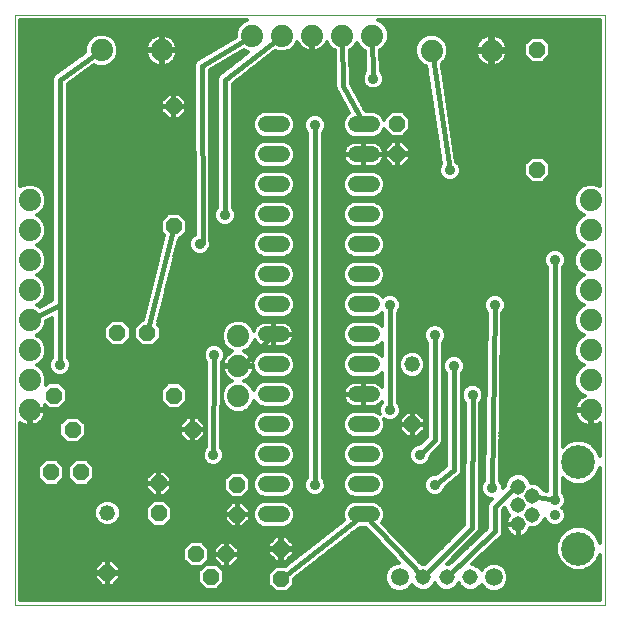
<source format=gbl>
G75*
%MOIN*%
%OFA0B0*%
%FSLAX25Y25*%
%IPPOS*%
%LPD*%
%AMOC8*
5,1,8,0,0,1.08239X$1,22.5*
%
%ADD10C,0.00000*%
%ADD11OC8,0.05200*%
%ADD12C,0.05200*%
%ADD13C,0.05150*%
%ADD14C,0.11220*%
%ADD15C,0.07400*%
%ADD16C,0.05200*%
%ADD17C,0.05937*%
%ADD18C,0.01200*%
%ADD19C,0.01600*%
%ADD20C,0.03562*%
D10*
X0001600Y0008288D02*
X0001600Y0205139D01*
X0198450Y0205139D01*
X0198450Y0008288D01*
X0001600Y0008288D01*
D11*
X0032478Y0019044D03*
X0049596Y0038883D03*
X0049596Y0048883D03*
X0060880Y0066776D03*
X0054631Y0078190D03*
X0045836Y0098942D03*
X0035836Y0098942D03*
X0014631Y0078190D03*
X0020880Y0066776D03*
X0023694Y0052540D03*
X0013694Y0052540D03*
X0062100Y0025288D03*
X0067100Y0017788D03*
X0072100Y0025288D03*
X0075746Y0038434D03*
X0075746Y0048434D03*
X0090360Y0027001D03*
X0090360Y0017001D03*
X0134100Y0068572D03*
X0054624Y0134544D03*
X0054624Y0174544D03*
X0129100Y0168698D03*
X0129100Y0158698D03*
X0175738Y0153379D03*
X0175738Y0193379D03*
D12*
X0134100Y0088572D03*
X0032478Y0039044D03*
D13*
X0137746Y0017548D03*
X0145620Y0017548D03*
X0153494Y0017548D03*
X0169383Y0035251D03*
X0174108Y0038401D03*
X0169383Y0041550D03*
X0174108Y0044700D03*
X0169383Y0047850D03*
D14*
X0189462Y0055920D03*
X0189462Y0027180D03*
D15*
X0193600Y0073288D03*
X0193600Y0083288D03*
X0193600Y0093288D03*
X0193600Y0103288D03*
X0193600Y0113288D03*
X0193600Y0123288D03*
X0193600Y0133288D03*
X0193600Y0143288D03*
X0160565Y0193178D03*
X0140565Y0193178D03*
X0120738Y0198123D03*
X0110738Y0198123D03*
X0100738Y0198123D03*
X0090738Y0198123D03*
X0080738Y0198123D03*
X0050588Y0193284D03*
X0030588Y0193284D03*
X0006600Y0143288D03*
X0006600Y0133288D03*
X0006600Y0123288D03*
X0006600Y0113288D03*
X0006600Y0103288D03*
X0006600Y0093288D03*
X0006600Y0083288D03*
X0006600Y0073288D03*
X0076112Y0077977D03*
X0076112Y0087977D03*
X0076112Y0097977D03*
D16*
X0085366Y0098544D02*
X0090566Y0098544D01*
X0090566Y0088544D02*
X0085366Y0088544D01*
X0085366Y0078544D02*
X0090566Y0078544D01*
X0090566Y0068544D02*
X0085366Y0068544D01*
X0085366Y0058544D02*
X0090566Y0058544D01*
X0090566Y0048544D02*
X0085366Y0048544D01*
X0085366Y0038544D02*
X0090566Y0038544D01*
X0115366Y0038544D02*
X0120566Y0038544D01*
X0120566Y0048544D02*
X0115366Y0048544D01*
X0115366Y0058544D02*
X0120566Y0058544D01*
X0120566Y0068544D02*
X0115366Y0068544D01*
X0115366Y0078544D02*
X0120566Y0078544D01*
X0120566Y0088544D02*
X0115366Y0088544D01*
X0115366Y0098544D02*
X0120566Y0098544D01*
X0120566Y0108544D02*
X0115366Y0108544D01*
X0115366Y0118544D02*
X0120566Y0118544D01*
X0120566Y0128544D02*
X0115366Y0128544D01*
X0115366Y0138544D02*
X0120566Y0138544D01*
X0120566Y0148544D02*
X0115366Y0148544D01*
X0115366Y0158544D02*
X0120566Y0158544D01*
X0120566Y0168544D02*
X0115366Y0168544D01*
X0090566Y0168544D02*
X0085366Y0168544D01*
X0085366Y0158544D02*
X0090566Y0158544D01*
X0090566Y0148544D02*
X0085366Y0148544D01*
X0085366Y0138544D02*
X0090566Y0138544D01*
X0090566Y0128544D02*
X0085366Y0128544D01*
X0085366Y0118544D02*
X0090566Y0118544D01*
X0090566Y0108544D02*
X0085366Y0108544D01*
D17*
X0129872Y0017548D03*
X0161368Y0017548D03*
D18*
X0164844Y0014281D02*
X0196650Y0014281D01*
X0196650Y0015479D02*
X0165672Y0015479D01*
X0165410Y0014847D02*
X0166136Y0016600D01*
X0166136Y0018497D01*
X0165410Y0020249D01*
X0164069Y0021591D01*
X0162316Y0022317D01*
X0160419Y0022317D01*
X0158667Y0021591D01*
X0157325Y0020249D01*
X0157218Y0019990D01*
X0157202Y0020026D01*
X0155972Y0021257D01*
X0154364Y0021923D01*
X0154013Y0021923D01*
X0163263Y0030693D01*
X0163326Y0030721D01*
X0163637Y0031047D01*
X0163964Y0031357D01*
X0163992Y0031420D01*
X0164039Y0031470D01*
X0164202Y0031890D01*
X0164385Y0032302D01*
X0164387Y0032371D01*
X0164412Y0032435D01*
X0164401Y0032885D01*
X0164413Y0033336D01*
X0164388Y0033400D01*
X0164226Y0040038D01*
X0165009Y0040820D01*
X0165009Y0040680D01*
X0165675Y0039072D01*
X0166488Y0038259D01*
X0166199Y0037971D01*
X0165813Y0037439D01*
X0165515Y0036854D01*
X0165311Y0036229D01*
X0165209Y0035580D01*
X0165209Y0035439D01*
X0169196Y0035439D01*
X0169196Y0035064D01*
X0165209Y0035064D01*
X0165209Y0034923D01*
X0165311Y0034274D01*
X0165515Y0033649D01*
X0165813Y0033063D01*
X0166199Y0032531D01*
X0166664Y0032067D01*
X0167195Y0031681D01*
X0167781Y0031382D01*
X0168406Y0031179D01*
X0169055Y0031076D01*
X0169196Y0031076D01*
X0169196Y0035064D01*
X0169571Y0035064D01*
X0169571Y0031076D01*
X0169712Y0031076D01*
X0170361Y0031179D01*
X0170986Y0031382D01*
X0171572Y0031681D01*
X0172103Y0032067D01*
X0172568Y0032531D01*
X0172954Y0033063D01*
X0173252Y0033649D01*
X0173375Y0034026D01*
X0174978Y0034026D01*
X0176586Y0034692D01*
X0177817Y0035923D01*
X0178260Y0036993D01*
X0178564Y0036260D01*
X0179571Y0035252D01*
X0180888Y0034707D01*
X0182312Y0034707D01*
X0183629Y0035252D01*
X0184636Y0036260D01*
X0185181Y0037576D01*
X0185181Y0039001D01*
X0184636Y0040317D01*
X0184164Y0040788D01*
X0184636Y0041260D01*
X0185181Y0042576D01*
X0185181Y0044001D01*
X0184636Y0045317D01*
X0184200Y0045753D01*
X0184200Y0050703D01*
X0185265Y0049638D01*
X0187988Y0048510D01*
X0190936Y0048510D01*
X0193660Y0049638D01*
X0195744Y0051723D01*
X0196650Y0053910D01*
X0196650Y0029190D01*
X0195744Y0031378D01*
X0193660Y0033462D01*
X0190936Y0034591D01*
X0187988Y0034591D01*
X0185265Y0033462D01*
X0183180Y0031378D01*
X0182052Y0028654D01*
X0182052Y0025706D01*
X0183180Y0022983D01*
X0185265Y0020898D01*
X0187988Y0019770D01*
X0190936Y0019770D01*
X0193660Y0020898D01*
X0195744Y0022983D01*
X0196650Y0025170D01*
X0196650Y0010088D01*
X0003400Y0010088D01*
X0003400Y0069062D01*
X0003822Y0068755D01*
X0004566Y0068376D01*
X0005359Y0068119D01*
X0006183Y0067988D01*
X0006200Y0067988D01*
X0006200Y0072888D01*
X0007000Y0072888D01*
X0007000Y0067988D01*
X0007017Y0067988D01*
X0007841Y0068119D01*
X0008634Y0068376D01*
X0009378Y0068755D01*
X0010053Y0069246D01*
X0010643Y0069835D01*
X0011133Y0070510D01*
X0011512Y0071254D01*
X0011769Y0072047D01*
X0011900Y0072871D01*
X0011900Y0072888D01*
X0007000Y0072888D01*
X0007000Y0073688D01*
X0011900Y0073688D01*
X0011900Y0073705D01*
X0011769Y0074529D01*
X0011625Y0074974D01*
X0012809Y0073790D01*
X0016454Y0073790D01*
X0019031Y0076367D01*
X0019031Y0080012D01*
X0016454Y0082590D01*
X0012809Y0082590D01*
X0011878Y0081659D01*
X0012100Y0082194D01*
X0012100Y0084382D01*
X0011263Y0086404D01*
X0009715Y0087951D01*
X0008901Y0088288D01*
X0009715Y0088626D01*
X0011263Y0090173D01*
X0012100Y0092194D01*
X0012100Y0094382D01*
X0011263Y0096404D01*
X0009715Y0097951D01*
X0008901Y0098288D01*
X0009715Y0098626D01*
X0011263Y0100173D01*
X0012100Y0102194D01*
X0012100Y0103131D01*
X0014000Y0104081D01*
X0014000Y0090753D01*
X0013564Y0090317D01*
X0013019Y0089001D01*
X0013019Y0087576D01*
X0013564Y0086260D01*
X0014571Y0085252D01*
X0015888Y0084707D01*
X0017312Y0084707D01*
X0018629Y0085252D01*
X0019636Y0086260D01*
X0020181Y0087576D01*
X0020181Y0089001D01*
X0019636Y0090317D01*
X0019200Y0090753D01*
X0019200Y0107866D01*
X0019230Y0107957D01*
X0019200Y0108380D01*
X0019200Y0181951D01*
X0028145Y0188343D01*
X0029494Y0187784D01*
X0031682Y0187784D01*
X0033704Y0188622D01*
X0035251Y0190169D01*
X0036088Y0192190D01*
X0036088Y0194378D01*
X0035251Y0196400D01*
X0033704Y0197947D01*
X0031682Y0198784D01*
X0029494Y0198784D01*
X0027473Y0197947D01*
X0025926Y0196400D01*
X0025088Y0194378D01*
X0025088Y0192550D01*
X0015330Y0185576D01*
X0015127Y0185492D01*
X0014913Y0185279D01*
X0014668Y0185103D01*
X0014551Y0184916D01*
X0014396Y0184761D01*
X0014280Y0184482D01*
X0014120Y0184225D01*
X0014084Y0184008D01*
X0014000Y0183805D01*
X0014000Y0183503D01*
X0013950Y0183205D01*
X0014000Y0182991D01*
X0014000Y0109895D01*
X0009848Y0107819D01*
X0009715Y0107951D01*
X0008901Y0108288D01*
X0009715Y0108626D01*
X0011263Y0110173D01*
X0012100Y0112194D01*
X0012100Y0114382D01*
X0011263Y0116404D01*
X0009715Y0117951D01*
X0008901Y0118288D01*
X0009715Y0118626D01*
X0011263Y0120173D01*
X0012100Y0122194D01*
X0012100Y0124382D01*
X0011263Y0126404D01*
X0009715Y0127951D01*
X0008901Y0128288D01*
X0009715Y0128626D01*
X0011263Y0130173D01*
X0012100Y0132194D01*
X0012100Y0134382D01*
X0011263Y0136404D01*
X0009715Y0137951D01*
X0008901Y0138288D01*
X0009715Y0138626D01*
X0011263Y0140173D01*
X0012100Y0142194D01*
X0012100Y0144382D01*
X0011263Y0146404D01*
X0009715Y0147951D01*
X0007694Y0148788D01*
X0005506Y0148788D01*
X0003484Y0147951D01*
X0003400Y0147866D01*
X0003400Y0203339D01*
X0078958Y0203339D01*
X0077622Y0202785D01*
X0076075Y0201238D01*
X0075238Y0199217D01*
X0075238Y0197857D01*
X0062824Y0190415D01*
X0062520Y0190287D01*
X0062384Y0190151D01*
X0062220Y0190052D01*
X0062023Y0189787D01*
X0061791Y0189553D01*
X0061718Y0189376D01*
X0061603Y0189221D01*
X0061523Y0188902D01*
X0061398Y0188597D01*
X0061399Y0188404D01*
X0061352Y0188218D01*
X0061401Y0187892D01*
X0061590Y0131856D01*
X0061271Y0131724D01*
X0060264Y0130717D01*
X0059719Y0129401D01*
X0059719Y0127976D01*
X0060264Y0126660D01*
X0061271Y0125652D01*
X0062588Y0125107D01*
X0064012Y0125107D01*
X0065329Y0125652D01*
X0066336Y0126660D01*
X0066881Y0127976D01*
X0066881Y0129401D01*
X0066798Y0129601D01*
X0066605Y0186618D01*
X0077856Y0193363D01*
X0079484Y0192689D01*
X0070283Y0185557D01*
X0070127Y0185492D01*
X0069878Y0185243D01*
X0069598Y0185026D01*
X0069515Y0184880D01*
X0069396Y0184761D01*
X0069261Y0184435D01*
X0069086Y0184128D01*
X0069064Y0183961D01*
X0069000Y0183805D01*
X0069000Y0183452D01*
X0068956Y0183102D01*
X0069000Y0182939D01*
X0069000Y0140753D01*
X0068564Y0140317D01*
X0068019Y0139001D01*
X0068019Y0137576D01*
X0068564Y0136260D01*
X0069571Y0135252D01*
X0070888Y0134707D01*
X0072312Y0134707D01*
X0073629Y0135252D01*
X0074636Y0136260D01*
X0075181Y0137576D01*
X0075181Y0139001D01*
X0074636Y0140317D01*
X0074200Y0140753D01*
X0074200Y0182014D01*
X0088498Y0193097D01*
X0089644Y0192623D01*
X0091832Y0192623D01*
X0093853Y0193460D01*
X0095400Y0195007D01*
X0095838Y0196064D01*
X0096205Y0195345D01*
X0096695Y0194670D01*
X0097285Y0194080D01*
X0097960Y0193590D01*
X0098703Y0193211D01*
X0099497Y0192953D01*
X0100321Y0192823D01*
X0100338Y0192823D01*
X0100338Y0197723D01*
X0101138Y0197723D01*
X0101138Y0192823D01*
X0101155Y0192823D01*
X0101979Y0192953D01*
X0102772Y0193211D01*
X0103516Y0193590D01*
X0104191Y0194080D01*
X0104780Y0194670D01*
X0105271Y0195345D01*
X0105637Y0196064D01*
X0106075Y0195007D01*
X0107622Y0193460D01*
X0108243Y0193203D01*
X0108492Y0181642D01*
X0108461Y0181539D01*
X0108503Y0181128D01*
X0108512Y0180715D01*
X0108555Y0180617D01*
X0108566Y0180510D01*
X0108762Y0180147D01*
X0108928Y0179768D01*
X0109005Y0179694D01*
X0112980Y0172318D01*
X0112874Y0172274D01*
X0111636Y0171036D01*
X0110966Y0169419D01*
X0110966Y0167669D01*
X0111636Y0166052D01*
X0112874Y0164814D01*
X0114491Y0164144D01*
X0121441Y0164144D01*
X0123059Y0164814D01*
X0124296Y0166052D01*
X0124700Y0167026D01*
X0124700Y0166875D01*
X0127277Y0164298D01*
X0130923Y0164298D01*
X0133500Y0166875D01*
X0133500Y0170520D01*
X0130923Y0173098D01*
X0127277Y0173098D01*
X0124700Y0170520D01*
X0124700Y0170062D01*
X0124296Y0171036D01*
X0123059Y0172274D01*
X0121441Y0172944D01*
X0118549Y0172944D01*
X0113686Y0181970D01*
X0113442Y0193290D01*
X0113853Y0193460D01*
X0115400Y0195007D01*
X0115738Y0195822D01*
X0116075Y0195007D01*
X0117622Y0193460D01*
X0118271Y0193192D01*
X0118460Y0186213D01*
X0118064Y0185817D01*
X0117519Y0184501D01*
X0117519Y0183076D01*
X0118064Y0181760D01*
X0119071Y0180752D01*
X0120388Y0180207D01*
X0121812Y0180207D01*
X0123129Y0180752D01*
X0124136Y0181760D01*
X0124681Y0183076D01*
X0124681Y0184501D01*
X0124136Y0185817D01*
X0123660Y0186293D01*
X0123470Y0193301D01*
X0123853Y0193460D01*
X0125400Y0195007D01*
X0126238Y0197029D01*
X0126238Y0199217D01*
X0125400Y0201238D01*
X0123853Y0202785D01*
X0122518Y0203339D01*
X0196650Y0203339D01*
X0196650Y0147978D01*
X0194694Y0148788D01*
X0192506Y0148788D01*
X0190484Y0147951D01*
X0188937Y0146404D01*
X0188100Y0144382D01*
X0188100Y0142194D01*
X0188937Y0140173D01*
X0190484Y0138626D01*
X0191299Y0138288D01*
X0190484Y0137951D01*
X0188937Y0136404D01*
X0188100Y0134382D01*
X0188100Y0132194D01*
X0188937Y0130173D01*
X0190484Y0128626D01*
X0191299Y0128288D01*
X0190484Y0127951D01*
X0188937Y0126404D01*
X0188100Y0124382D01*
X0188100Y0122194D01*
X0188937Y0120173D01*
X0190484Y0118626D01*
X0191299Y0118288D01*
X0190484Y0117951D01*
X0188937Y0116404D01*
X0188100Y0114382D01*
X0188100Y0112194D01*
X0188937Y0110173D01*
X0190484Y0108626D01*
X0191299Y0108288D01*
X0190484Y0107951D01*
X0188937Y0106404D01*
X0188100Y0104382D01*
X0188100Y0102194D01*
X0188937Y0100173D01*
X0190484Y0098626D01*
X0191299Y0098288D01*
X0190484Y0097951D01*
X0188937Y0096404D01*
X0188100Y0094382D01*
X0188100Y0092194D01*
X0188937Y0090173D01*
X0190484Y0088626D01*
X0191299Y0088288D01*
X0190484Y0087951D01*
X0188937Y0086404D01*
X0188100Y0084382D01*
X0188100Y0082194D01*
X0188937Y0080173D01*
X0190484Y0078626D01*
X0191542Y0078188D01*
X0190822Y0077821D01*
X0190147Y0077331D01*
X0189557Y0076741D01*
X0189067Y0076066D01*
X0188688Y0075323D01*
X0188430Y0074529D01*
X0188300Y0073705D01*
X0188300Y0073688D01*
X0193200Y0073688D01*
X0193200Y0072888D01*
X0194000Y0072888D01*
X0194000Y0067988D01*
X0194017Y0067988D01*
X0194841Y0068119D01*
X0195634Y0068376D01*
X0196378Y0068755D01*
X0196650Y0068953D01*
X0196650Y0057930D01*
X0195744Y0060118D01*
X0193660Y0062203D01*
X0190936Y0063331D01*
X0187988Y0063331D01*
X0185265Y0062203D01*
X0184200Y0061138D01*
X0184200Y0120824D01*
X0184636Y0121260D01*
X0185181Y0122576D01*
X0185181Y0124001D01*
X0184636Y0125317D01*
X0183629Y0126324D01*
X0182312Y0126869D01*
X0180888Y0126869D01*
X0179571Y0126324D01*
X0178564Y0125317D01*
X0178019Y0124001D01*
X0178019Y0122576D01*
X0178564Y0121260D01*
X0179000Y0120824D01*
X0179000Y0059475D01*
X0178928Y0059300D01*
X0178928Y0052292D01*
X0179000Y0052117D01*
X0179000Y0046424D01*
X0178055Y0046602D01*
X0177817Y0047178D01*
X0176586Y0048409D01*
X0174978Y0049075D01*
X0173611Y0049075D01*
X0173092Y0050328D01*
X0171862Y0051558D01*
X0170254Y0052224D01*
X0168513Y0052224D01*
X0166905Y0051558D01*
X0165675Y0050328D01*
X0165009Y0048720D01*
X0165009Y0048174D01*
X0164181Y0047346D01*
X0164181Y0048001D01*
X0163636Y0049317D01*
X0163240Y0049713D01*
X0164159Y0105783D01*
X0164636Y0106260D01*
X0165181Y0107576D01*
X0165181Y0109001D01*
X0164636Y0110317D01*
X0163629Y0111324D01*
X0162312Y0111869D01*
X0160888Y0111869D01*
X0159571Y0111324D01*
X0158564Y0110317D01*
X0158019Y0109001D01*
X0158019Y0107576D01*
X0158564Y0106260D01*
X0158960Y0105864D01*
X0158041Y0049793D01*
X0157564Y0049317D01*
X0157019Y0048001D01*
X0157019Y0046576D01*
X0157564Y0045260D01*
X0158571Y0044252D01*
X0159888Y0043707D01*
X0160542Y0043707D01*
X0160104Y0043269D01*
X0160074Y0043256D01*
X0159739Y0042904D01*
X0159396Y0042561D01*
X0159383Y0042531D01*
X0159361Y0042507D01*
X0159186Y0042054D01*
X0159000Y0041605D01*
X0159000Y0041572D01*
X0158988Y0041542D01*
X0159000Y0041057D01*
X0159000Y0040571D01*
X0159013Y0040541D01*
X0159173Y0033980D01*
X0146455Y0021923D01*
X0145690Y0021923D01*
X0155842Y0032253D01*
X0156197Y0032605D01*
X0156204Y0032622D01*
X0156217Y0032635D01*
X0156404Y0033098D01*
X0156598Y0033559D01*
X0156598Y0033577D01*
X0156604Y0033594D01*
X0156600Y0034093D01*
X0156789Y0075813D01*
X0157236Y0076260D01*
X0157781Y0077576D01*
X0157781Y0079001D01*
X0157236Y0080317D01*
X0156229Y0081324D01*
X0154912Y0081869D01*
X0153488Y0081869D01*
X0152171Y0081324D01*
X0151164Y0080317D01*
X0150619Y0079001D01*
X0150619Y0077576D01*
X0151164Y0076260D01*
X0151589Y0075835D01*
X0151405Y0035157D01*
X0138400Y0021923D01*
X0137196Y0021923D01*
X0124085Y0035841D01*
X0124296Y0036052D01*
X0124966Y0037669D01*
X0124966Y0039419D01*
X0124296Y0041036D01*
X0123059Y0042274D01*
X0121441Y0042944D01*
X0114491Y0042944D01*
X0112874Y0042274D01*
X0111636Y0041036D01*
X0110966Y0039419D01*
X0110966Y0037669D01*
X0111370Y0036694D01*
X0091772Y0021401D01*
X0088537Y0021401D01*
X0085960Y0018823D01*
X0085960Y0015178D01*
X0088537Y0012601D01*
X0092182Y0012601D01*
X0094760Y0015178D01*
X0094760Y0017136D01*
X0116554Y0034144D01*
X0118539Y0034144D01*
X0129681Y0022317D01*
X0128923Y0022317D01*
X0127171Y0021591D01*
X0125829Y0020249D01*
X0125103Y0018497D01*
X0125103Y0016600D01*
X0125829Y0014847D01*
X0127171Y0013505D01*
X0128923Y0012780D01*
X0130820Y0012780D01*
X0132573Y0013505D01*
X0133914Y0014847D01*
X0134022Y0015107D01*
X0134037Y0015070D01*
X0135268Y0013839D01*
X0136875Y0013173D01*
X0138616Y0013173D01*
X0140224Y0013839D01*
X0141454Y0015070D01*
X0141683Y0015621D01*
X0141911Y0015070D01*
X0143142Y0013839D01*
X0144749Y0013173D01*
X0146490Y0013173D01*
X0148098Y0013839D01*
X0149328Y0015070D01*
X0149557Y0015621D01*
X0149785Y0015070D01*
X0151016Y0013839D01*
X0152623Y0013173D01*
X0154364Y0013173D01*
X0155972Y0013839D01*
X0157202Y0015070D01*
X0157218Y0015107D01*
X0157325Y0014847D01*
X0158667Y0013505D01*
X0160419Y0012780D01*
X0162316Y0012780D01*
X0164069Y0013505D01*
X0165410Y0014847D01*
X0166136Y0016678D02*
X0196650Y0016678D01*
X0196650Y0017876D02*
X0166136Y0017876D01*
X0165897Y0019075D02*
X0196650Y0019075D01*
X0196650Y0020273D02*
X0192151Y0020273D01*
X0194233Y0021472D02*
X0196650Y0021472D01*
X0196650Y0022670D02*
X0195432Y0022670D01*
X0196111Y0023869D02*
X0196650Y0023869D01*
X0196608Y0025067D02*
X0196650Y0025067D01*
X0196650Y0029861D02*
X0196372Y0029861D01*
X0196650Y0031060D02*
X0195876Y0031060D01*
X0196650Y0032258D02*
X0194864Y0032258D01*
X0193665Y0033457D02*
X0196650Y0033457D01*
X0196650Y0034655D02*
X0176498Y0034655D01*
X0177748Y0035854D02*
X0178970Y0035854D01*
X0184230Y0035854D02*
X0196650Y0035854D01*
X0196650Y0037052D02*
X0184964Y0037052D01*
X0185181Y0038251D02*
X0196650Y0038251D01*
X0196650Y0039449D02*
X0184995Y0039449D01*
X0184305Y0040648D02*
X0196650Y0040648D01*
X0196650Y0041847D02*
X0184879Y0041847D01*
X0185181Y0043045D02*
X0196650Y0043045D01*
X0196650Y0044244D02*
X0185080Y0044244D01*
X0184511Y0045442D02*
X0196650Y0045442D01*
X0196650Y0046641D02*
X0184200Y0046641D01*
X0184200Y0047839D02*
X0196650Y0047839D01*
X0196650Y0049038D02*
X0192209Y0049038D01*
X0194257Y0050236D02*
X0196650Y0050236D01*
X0196650Y0051435D02*
X0195456Y0051435D01*
X0196121Y0052633D02*
X0196650Y0052633D01*
X0196618Y0053832D02*
X0196650Y0053832D01*
X0196650Y0058626D02*
X0196362Y0058626D01*
X0196650Y0059824D02*
X0195866Y0059824D01*
X0196650Y0061023D02*
X0194840Y0061023D01*
X0193615Y0062221D02*
X0196650Y0062221D01*
X0196650Y0063420D02*
X0184200Y0063420D01*
X0184200Y0064618D02*
X0196650Y0064618D01*
X0196650Y0065817D02*
X0184200Y0065817D01*
X0184200Y0067015D02*
X0196650Y0067015D01*
X0196650Y0068214D02*
X0195134Y0068214D01*
X0194000Y0068214D02*
X0193200Y0068214D01*
X0193200Y0067988D02*
X0193200Y0072888D01*
X0188300Y0072888D01*
X0188300Y0072871D01*
X0188430Y0072047D01*
X0188688Y0071254D01*
X0189067Y0070510D01*
X0189557Y0069835D01*
X0190147Y0069246D01*
X0190822Y0068755D01*
X0191566Y0068376D01*
X0192359Y0068119D01*
X0193183Y0067988D01*
X0193200Y0067988D01*
X0192066Y0068214D02*
X0184200Y0068214D01*
X0184200Y0069412D02*
X0189981Y0069412D01*
X0189016Y0070611D02*
X0184200Y0070611D01*
X0184200Y0071809D02*
X0188508Y0071809D01*
X0188379Y0074206D02*
X0184200Y0074206D01*
X0184200Y0073008D02*
X0193200Y0073008D01*
X0193200Y0071809D02*
X0194000Y0071809D01*
X0194000Y0070611D02*
X0193200Y0070611D01*
X0193200Y0069412D02*
X0194000Y0069412D01*
X0188730Y0075405D02*
X0184200Y0075405D01*
X0184200Y0076603D02*
X0189457Y0076603D01*
X0190796Y0077802D02*
X0184200Y0077802D01*
X0184200Y0079000D02*
X0190110Y0079000D01*
X0188926Y0080199D02*
X0184200Y0080199D01*
X0184200Y0081397D02*
X0188430Y0081397D01*
X0188100Y0082596D02*
X0184200Y0082596D01*
X0184200Y0083794D02*
X0188100Y0083794D01*
X0188353Y0084993D02*
X0184200Y0084993D01*
X0184200Y0086191D02*
X0188849Y0086191D01*
X0189924Y0087390D02*
X0184200Y0087390D01*
X0184200Y0088588D02*
X0190574Y0088588D01*
X0189323Y0089787D02*
X0184200Y0089787D01*
X0184200Y0090985D02*
X0188601Y0090985D01*
X0188104Y0092184D02*
X0184200Y0092184D01*
X0184200Y0093382D02*
X0188100Y0093382D01*
X0188182Y0094581D02*
X0184200Y0094581D01*
X0184200Y0095780D02*
X0188679Y0095780D01*
X0189512Y0096978D02*
X0184200Y0096978D01*
X0184200Y0098177D02*
X0191029Y0098177D01*
X0189735Y0099375D02*
X0184200Y0099375D01*
X0184200Y0100574D02*
X0188771Y0100574D01*
X0188275Y0101772D02*
X0184200Y0101772D01*
X0184200Y0102971D02*
X0188100Y0102971D01*
X0188100Y0104169D02*
X0184200Y0104169D01*
X0184200Y0105368D02*
X0188508Y0105368D01*
X0189100Y0106566D02*
X0184200Y0106566D01*
X0184200Y0107765D02*
X0190298Y0107765D01*
X0190147Y0108963D02*
X0184200Y0108963D01*
X0184200Y0110162D02*
X0188948Y0110162D01*
X0188445Y0111360D02*
X0184200Y0111360D01*
X0184200Y0112559D02*
X0188100Y0112559D01*
X0188100Y0113757D02*
X0184200Y0113757D01*
X0184200Y0114956D02*
X0188338Y0114956D01*
X0188834Y0116154D02*
X0184200Y0116154D01*
X0184200Y0117353D02*
X0189886Y0117353D01*
X0190664Y0118551D02*
X0184200Y0118551D01*
X0184200Y0119750D02*
X0189360Y0119750D01*
X0188616Y0120948D02*
X0184324Y0120948D01*
X0185003Y0122147D02*
X0188120Y0122147D01*
X0188100Y0123345D02*
X0185181Y0123345D01*
X0184956Y0124544D02*
X0188167Y0124544D01*
X0188663Y0125742D02*
X0184210Y0125742D01*
X0178990Y0125742D02*
X0123987Y0125742D01*
X0124296Y0126052D02*
X0124966Y0127669D01*
X0124966Y0129419D01*
X0124296Y0131036D01*
X0123059Y0132274D01*
X0121441Y0132944D01*
X0114491Y0132944D01*
X0112874Y0132274D01*
X0111636Y0131036D01*
X0110966Y0129419D01*
X0110966Y0127669D01*
X0111636Y0126052D01*
X0112874Y0124814D01*
X0114491Y0124144D01*
X0121441Y0124144D01*
X0123059Y0124814D01*
X0124296Y0126052D01*
X0124665Y0126941D02*
X0189474Y0126941D01*
X0190940Y0128139D02*
X0124966Y0128139D01*
X0124966Y0129338D02*
X0189772Y0129338D01*
X0188787Y0130536D02*
X0124503Y0130536D01*
X0123598Y0131735D02*
X0188290Y0131735D01*
X0188100Y0132933D02*
X0121467Y0132933D01*
X0121441Y0134144D02*
X0123059Y0134814D01*
X0124296Y0136052D01*
X0124966Y0137669D01*
X0124966Y0139419D01*
X0124296Y0141036D01*
X0123059Y0142274D01*
X0121441Y0142944D01*
X0114491Y0142944D01*
X0112874Y0142274D01*
X0111636Y0141036D01*
X0110966Y0139419D01*
X0110966Y0137669D01*
X0111636Y0136052D01*
X0112874Y0134814D01*
X0114491Y0134144D01*
X0121441Y0134144D01*
X0123575Y0135330D02*
X0188493Y0135330D01*
X0188100Y0134132D02*
X0104200Y0134132D01*
X0104200Y0135330D02*
X0112357Y0135330D01*
X0111438Y0136529D02*
X0104200Y0136529D01*
X0104200Y0137727D02*
X0110966Y0137727D01*
X0110966Y0138926D02*
X0104200Y0138926D01*
X0104200Y0140124D02*
X0111258Y0140124D01*
X0111922Y0141323D02*
X0104200Y0141323D01*
X0104200Y0142521D02*
X0113471Y0142521D01*
X0114491Y0144144D02*
X0112874Y0144814D01*
X0111636Y0146052D01*
X0110966Y0147669D01*
X0110966Y0149419D01*
X0111636Y0151036D01*
X0112874Y0152274D01*
X0114491Y0152944D01*
X0121441Y0152944D01*
X0123059Y0152274D01*
X0124296Y0151036D01*
X0124966Y0149419D01*
X0124966Y0147669D01*
X0124296Y0146052D01*
X0123059Y0144814D01*
X0121441Y0144144D01*
X0114491Y0144144D01*
X0112769Y0144918D02*
X0104200Y0144918D01*
X0104200Y0143720D02*
X0188100Y0143720D01*
X0188100Y0142521D02*
X0122462Y0142521D01*
X0124010Y0141323D02*
X0188461Y0141323D01*
X0188986Y0140124D02*
X0124674Y0140124D01*
X0124966Y0138926D02*
X0190184Y0138926D01*
X0190261Y0137727D02*
X0124966Y0137727D01*
X0124494Y0136529D02*
X0189063Y0136529D01*
X0188322Y0144918D02*
X0123163Y0144918D01*
X0124323Y0146117D02*
X0188819Y0146117D01*
X0189849Y0147316D02*
X0124820Y0147316D01*
X0124966Y0148514D02*
X0191844Y0148514D01*
X0195356Y0148514D02*
X0196650Y0148514D01*
X0196650Y0149713D02*
X0178294Y0149713D01*
X0177560Y0148979D02*
X0180138Y0151556D01*
X0180138Y0155201D01*
X0177560Y0157779D01*
X0173915Y0157779D01*
X0171338Y0155201D01*
X0171338Y0151556D01*
X0173915Y0148979D01*
X0177560Y0148979D01*
X0179493Y0150911D02*
X0196650Y0150911D01*
X0196650Y0152110D02*
X0180138Y0152110D01*
X0180138Y0153308D02*
X0196650Y0153308D01*
X0196650Y0154507D02*
X0180138Y0154507D01*
X0179634Y0155705D02*
X0196650Y0155705D01*
X0196650Y0156904D02*
X0178435Y0156904D01*
X0173040Y0156904D02*
X0148683Y0156904D01*
X0148795Y0156157D02*
X0143871Y0188706D01*
X0145227Y0190062D01*
X0146065Y0192084D01*
X0146065Y0194272D01*
X0145227Y0196293D01*
X0143680Y0197841D01*
X0141659Y0198678D01*
X0139471Y0198678D01*
X0137449Y0197841D01*
X0135902Y0196293D01*
X0135065Y0194272D01*
X0135065Y0192084D01*
X0135902Y0190062D01*
X0137449Y0188515D01*
X0138720Y0187989D01*
X0143650Y0155403D01*
X0143564Y0155317D01*
X0143019Y0154001D01*
X0143019Y0152576D01*
X0143564Y0151260D01*
X0144571Y0150252D01*
X0145888Y0149707D01*
X0147312Y0149707D01*
X0148629Y0150252D01*
X0149636Y0151260D01*
X0150181Y0152576D01*
X0150181Y0154001D01*
X0149636Y0155317D01*
X0148795Y0156157D01*
X0149248Y0155705D02*
X0171842Y0155705D01*
X0171338Y0154507D02*
X0149971Y0154507D01*
X0150181Y0153308D02*
X0171338Y0153308D01*
X0171338Y0152110D02*
X0149988Y0152110D01*
X0149287Y0150911D02*
X0171983Y0150911D01*
X0173181Y0149713D02*
X0147325Y0149713D01*
X0145875Y0149713D02*
X0124845Y0149713D01*
X0124348Y0150911D02*
X0143913Y0150911D01*
X0143212Y0152110D02*
X0123223Y0152110D01*
X0122178Y0154652D02*
X0122767Y0154952D01*
X0123302Y0155341D01*
X0123770Y0155808D01*
X0124158Y0156343D01*
X0124458Y0156932D01*
X0124663Y0157561D01*
X0124766Y0158214D01*
X0124766Y0158344D01*
X0118166Y0158344D01*
X0118166Y0154344D01*
X0120897Y0154344D01*
X0121550Y0154448D01*
X0122178Y0154652D01*
X0121731Y0154507D02*
X0127351Y0154507D01*
X0127360Y0154498D02*
X0124900Y0156958D01*
X0124900Y0158498D01*
X0128900Y0158498D01*
X0128900Y0158898D01*
X0128900Y0162898D01*
X0127360Y0162898D01*
X0124900Y0160437D01*
X0124900Y0158898D01*
X0128900Y0158898D01*
X0129300Y0158898D01*
X0129300Y0162898D01*
X0130840Y0162898D01*
X0133300Y0160437D01*
X0133300Y0158898D01*
X0129300Y0158898D01*
X0129300Y0158498D01*
X0133300Y0158498D01*
X0133300Y0156958D01*
X0130840Y0154498D01*
X0129300Y0154498D01*
X0129300Y0158498D01*
X0128900Y0158498D01*
X0128900Y0154498D01*
X0127360Y0154498D01*
X0128900Y0154507D02*
X0129300Y0154507D01*
X0129300Y0155705D02*
X0128900Y0155705D01*
X0128900Y0156904D02*
X0129300Y0156904D01*
X0129300Y0158102D02*
X0128900Y0158102D01*
X0128900Y0159301D02*
X0129300Y0159301D01*
X0129300Y0160499D02*
X0128900Y0160499D01*
X0128900Y0161698D02*
X0129300Y0161698D01*
X0129300Y0162896D02*
X0128900Y0162896D01*
X0127359Y0162896D02*
X0104200Y0162896D01*
X0104200Y0161698D02*
X0112580Y0161698D01*
X0112630Y0161748D02*
X0112163Y0161280D01*
X0111774Y0160745D01*
X0111474Y0160156D01*
X0111270Y0159528D01*
X0111166Y0158875D01*
X0111166Y0158744D01*
X0117766Y0158744D01*
X0117766Y0158344D01*
X0111166Y0158344D01*
X0111166Y0158214D01*
X0111270Y0157561D01*
X0111474Y0156932D01*
X0111774Y0156343D01*
X0112163Y0155808D01*
X0112630Y0155341D01*
X0113165Y0154952D01*
X0113754Y0154652D01*
X0114383Y0154448D01*
X0115036Y0154344D01*
X0117766Y0154344D01*
X0117766Y0158344D01*
X0118166Y0158344D01*
X0118166Y0158744D01*
X0117766Y0158744D01*
X0117766Y0162744D01*
X0115036Y0162744D01*
X0114383Y0162641D01*
X0113754Y0162436D01*
X0113165Y0162136D01*
X0112630Y0161748D01*
X0111649Y0160499D02*
X0104200Y0160499D01*
X0104200Y0159301D02*
X0111234Y0159301D01*
X0111184Y0158102D02*
X0104200Y0158102D01*
X0104200Y0156904D02*
X0111488Y0156904D01*
X0112265Y0155705D02*
X0104200Y0155705D01*
X0104200Y0154507D02*
X0114201Y0154507D01*
X0112709Y0152110D02*
X0104200Y0152110D01*
X0104200Y0153308D02*
X0143019Y0153308D01*
X0143229Y0154507D02*
X0130849Y0154507D01*
X0132047Y0155705D02*
X0143605Y0155705D01*
X0143423Y0156904D02*
X0133246Y0156904D01*
X0133300Y0158102D02*
X0143242Y0158102D01*
X0143061Y0159301D02*
X0133300Y0159301D01*
X0133238Y0160499D02*
X0142879Y0160499D01*
X0142698Y0161698D02*
X0132040Y0161698D01*
X0130841Y0162896D02*
X0142517Y0162896D01*
X0142335Y0164095D02*
X0104200Y0164095D01*
X0104200Y0165293D02*
X0112395Y0165293D01*
X0111454Y0166492D02*
X0104732Y0166492D01*
X0104636Y0166260D02*
X0105181Y0167576D01*
X0105181Y0169001D01*
X0104636Y0170317D01*
X0103629Y0171324D01*
X0102312Y0171869D01*
X0100888Y0171869D01*
X0099571Y0171324D01*
X0098564Y0170317D01*
X0098019Y0169001D01*
X0098019Y0167576D01*
X0098564Y0166260D01*
X0099000Y0165824D01*
X0099000Y0050753D01*
X0098564Y0050317D01*
X0098019Y0049001D01*
X0098019Y0047576D01*
X0098564Y0046260D01*
X0099571Y0045252D01*
X0100888Y0044707D01*
X0102312Y0044707D01*
X0103629Y0045252D01*
X0104636Y0046260D01*
X0105181Y0047576D01*
X0105181Y0049001D01*
X0104636Y0050317D01*
X0104200Y0050753D01*
X0104200Y0165824D01*
X0104636Y0166260D01*
X0105181Y0167690D02*
X0110966Y0167690D01*
X0110966Y0168889D02*
X0105181Y0168889D01*
X0104731Y0170087D02*
X0111243Y0170087D01*
X0111885Y0171286D02*
X0103667Y0171286D01*
X0099533Y0171286D02*
X0094047Y0171286D01*
X0094296Y0171036D02*
X0093059Y0172274D01*
X0091441Y0172944D01*
X0084491Y0172944D01*
X0082874Y0172274D01*
X0081636Y0171036D01*
X0080966Y0169419D01*
X0080966Y0167669D01*
X0081636Y0166052D01*
X0082874Y0164814D01*
X0084491Y0164144D01*
X0091441Y0164144D01*
X0093059Y0164814D01*
X0094296Y0166052D01*
X0094966Y0167669D01*
X0094966Y0169419D01*
X0094296Y0171036D01*
X0094689Y0170087D02*
X0098469Y0170087D01*
X0098019Y0168889D02*
X0094966Y0168889D01*
X0094966Y0167690D02*
X0098019Y0167690D01*
X0098468Y0166492D02*
X0094479Y0166492D01*
X0093538Y0165293D02*
X0099000Y0165293D01*
X0099000Y0164095D02*
X0074200Y0164095D01*
X0074200Y0165293D02*
X0082395Y0165293D01*
X0081454Y0166492D02*
X0074200Y0166492D01*
X0074200Y0167690D02*
X0080966Y0167690D01*
X0080966Y0168889D02*
X0074200Y0168889D01*
X0074200Y0170087D02*
X0081243Y0170087D01*
X0081885Y0171286D02*
X0074200Y0171286D01*
X0074200Y0172484D02*
X0083381Y0172484D01*
X0074200Y0173683D02*
X0112244Y0173683D01*
X0111599Y0174881D02*
X0074200Y0174881D01*
X0074200Y0176080D02*
X0110953Y0176080D01*
X0110307Y0177278D02*
X0074200Y0177278D01*
X0074200Y0178477D02*
X0109661Y0178477D01*
X0109016Y0179675D02*
X0074200Y0179675D01*
X0074200Y0180874D02*
X0108508Y0180874D01*
X0108483Y0182072D02*
X0074275Y0182072D01*
X0075821Y0183271D02*
X0108457Y0183271D01*
X0108431Y0184469D02*
X0077368Y0184469D01*
X0078914Y0185668D02*
X0108405Y0185668D01*
X0108379Y0186866D02*
X0080460Y0186866D01*
X0082006Y0188065D02*
X0108354Y0188065D01*
X0108328Y0189263D02*
X0083552Y0189263D01*
X0085098Y0190462D02*
X0108302Y0190462D01*
X0108276Y0191660D02*
X0086645Y0191660D01*
X0088191Y0192859D02*
X0089074Y0192859D01*
X0092402Y0192859D02*
X0100093Y0192859D01*
X0100338Y0192859D02*
X0101138Y0192859D01*
X0101383Y0192859D02*
X0108250Y0192859D01*
X0107025Y0194057D02*
X0104159Y0194057D01*
X0105206Y0195256D02*
X0105972Y0195256D01*
X0101138Y0195256D02*
X0100338Y0195256D01*
X0100338Y0196454D02*
X0101138Y0196454D01*
X0101138Y0197653D02*
X0100338Y0197653D01*
X0100338Y0194057D02*
X0101138Y0194057D01*
X0097316Y0194057D02*
X0094451Y0194057D01*
X0095503Y0195256D02*
X0096270Y0195256D01*
X0079074Y0192859D02*
X0077014Y0192859D01*
X0078157Y0191660D02*
X0075015Y0191660D01*
X0076611Y0190462D02*
X0073016Y0190462D01*
X0071017Y0189263D02*
X0075065Y0189263D01*
X0073518Y0188065D02*
X0069018Y0188065D01*
X0067018Y0186866D02*
X0071972Y0186866D01*
X0070426Y0185668D02*
X0066608Y0185668D01*
X0066612Y0184469D02*
X0069275Y0184469D01*
X0068977Y0183271D02*
X0066616Y0183271D01*
X0066620Y0182072D02*
X0069000Y0182072D01*
X0069000Y0180874D02*
X0066624Y0180874D01*
X0066628Y0179675D02*
X0069000Y0179675D01*
X0069000Y0178477D02*
X0066633Y0178477D01*
X0066637Y0177278D02*
X0069000Y0177278D01*
X0069000Y0176080D02*
X0066641Y0176080D01*
X0066645Y0174881D02*
X0069000Y0174881D01*
X0069000Y0173683D02*
X0066649Y0173683D01*
X0066653Y0172484D02*
X0069000Y0172484D01*
X0069000Y0171286D02*
X0066657Y0171286D01*
X0066661Y0170087D02*
X0069000Y0170087D01*
X0069000Y0168889D02*
X0066665Y0168889D01*
X0066669Y0167690D02*
X0069000Y0167690D01*
X0069000Y0166492D02*
X0066673Y0166492D01*
X0066677Y0165293D02*
X0069000Y0165293D01*
X0069000Y0164095D02*
X0066681Y0164095D01*
X0066685Y0162896D02*
X0069000Y0162896D01*
X0069000Y0161698D02*
X0066689Y0161698D01*
X0066693Y0160499D02*
X0069000Y0160499D01*
X0069000Y0159301D02*
X0066697Y0159301D01*
X0066701Y0158102D02*
X0069000Y0158102D01*
X0069000Y0156904D02*
X0066706Y0156904D01*
X0066710Y0155705D02*
X0069000Y0155705D01*
X0069000Y0154507D02*
X0066714Y0154507D01*
X0066718Y0153308D02*
X0069000Y0153308D01*
X0069000Y0152110D02*
X0066722Y0152110D01*
X0066726Y0150911D02*
X0069000Y0150911D01*
X0069000Y0149713D02*
X0066730Y0149713D01*
X0066734Y0148514D02*
X0069000Y0148514D01*
X0069000Y0147316D02*
X0066738Y0147316D01*
X0066742Y0146117D02*
X0069000Y0146117D01*
X0069000Y0144918D02*
X0066746Y0144918D01*
X0066750Y0143720D02*
X0069000Y0143720D01*
X0069000Y0142521D02*
X0066754Y0142521D01*
X0066758Y0141323D02*
X0069000Y0141323D01*
X0068484Y0140124D02*
X0066762Y0140124D01*
X0066766Y0138926D02*
X0068019Y0138926D01*
X0068019Y0137727D02*
X0066770Y0137727D01*
X0066774Y0136529D02*
X0068453Y0136529D01*
X0069493Y0135330D02*
X0066779Y0135330D01*
X0066783Y0134132D02*
X0099000Y0134132D01*
X0099000Y0135330D02*
X0093575Y0135330D01*
X0093059Y0134814D02*
X0094296Y0136052D01*
X0094966Y0137669D01*
X0094966Y0139419D01*
X0094296Y0141036D01*
X0093059Y0142274D01*
X0091441Y0142944D01*
X0084491Y0142944D01*
X0082874Y0142274D01*
X0081636Y0141036D01*
X0080966Y0139419D01*
X0080966Y0137669D01*
X0081636Y0136052D01*
X0082874Y0134814D01*
X0084491Y0134144D01*
X0091441Y0134144D01*
X0093059Y0134814D01*
X0094494Y0136529D02*
X0099000Y0136529D01*
X0099000Y0137727D02*
X0094966Y0137727D01*
X0094966Y0138926D02*
X0099000Y0138926D01*
X0099000Y0140124D02*
X0094674Y0140124D01*
X0094010Y0141323D02*
X0099000Y0141323D01*
X0099000Y0142521D02*
X0092462Y0142521D01*
X0091441Y0144144D02*
X0093059Y0144814D01*
X0094296Y0146052D01*
X0094966Y0147669D01*
X0094966Y0149419D01*
X0094296Y0151036D01*
X0093059Y0152274D01*
X0091441Y0152944D01*
X0084491Y0152944D01*
X0082874Y0152274D01*
X0081636Y0151036D01*
X0080966Y0149419D01*
X0080966Y0147669D01*
X0081636Y0146052D01*
X0082874Y0144814D01*
X0084491Y0144144D01*
X0091441Y0144144D01*
X0093163Y0144918D02*
X0099000Y0144918D01*
X0099000Y0143720D02*
X0074200Y0143720D01*
X0074200Y0144918D02*
X0082769Y0144918D01*
X0081609Y0146117D02*
X0074200Y0146117D01*
X0074200Y0147316D02*
X0081113Y0147316D01*
X0080966Y0148514D02*
X0074200Y0148514D01*
X0074200Y0149713D02*
X0081088Y0149713D01*
X0081584Y0150911D02*
X0074200Y0150911D01*
X0074200Y0152110D02*
X0082709Y0152110D01*
X0083616Y0154507D02*
X0074200Y0154507D01*
X0074200Y0155705D02*
X0081983Y0155705D01*
X0081636Y0156052D02*
X0082874Y0154814D01*
X0084491Y0154144D01*
X0091441Y0154144D01*
X0093059Y0154814D01*
X0094296Y0156052D01*
X0094966Y0157669D01*
X0094966Y0159419D01*
X0094296Y0161036D01*
X0093059Y0162274D01*
X0091441Y0162944D01*
X0084491Y0162944D01*
X0082874Y0162274D01*
X0081636Y0161036D01*
X0080966Y0159419D01*
X0080966Y0157669D01*
X0081636Y0156052D01*
X0081283Y0156904D02*
X0074200Y0156904D01*
X0074200Y0158102D02*
X0080966Y0158102D01*
X0080966Y0159301D02*
X0074200Y0159301D01*
X0074200Y0160499D02*
X0081413Y0160499D01*
X0082297Y0161698D02*
X0074200Y0161698D01*
X0074200Y0162896D02*
X0084375Y0162896D01*
X0091557Y0162896D02*
X0099000Y0162896D01*
X0099000Y0161698D02*
X0093635Y0161698D01*
X0094519Y0160499D02*
X0099000Y0160499D01*
X0099000Y0159301D02*
X0094966Y0159301D01*
X0094966Y0158102D02*
X0099000Y0158102D01*
X0099000Y0156904D02*
X0094649Y0156904D01*
X0093950Y0155705D02*
X0099000Y0155705D01*
X0099000Y0154507D02*
X0092316Y0154507D01*
X0093223Y0152110D02*
X0099000Y0152110D01*
X0099000Y0153308D02*
X0074200Y0153308D01*
X0074200Y0142521D02*
X0083471Y0142521D01*
X0081922Y0141323D02*
X0074200Y0141323D01*
X0074716Y0140124D02*
X0081258Y0140124D01*
X0080966Y0138926D02*
X0075181Y0138926D01*
X0075181Y0137727D02*
X0080966Y0137727D01*
X0081438Y0136529D02*
X0074747Y0136529D01*
X0073707Y0135330D02*
X0082357Y0135330D01*
X0082874Y0132274D02*
X0084491Y0132944D01*
X0091441Y0132944D01*
X0093059Y0132274D01*
X0094296Y0131036D01*
X0094966Y0129419D01*
X0094966Y0127669D01*
X0094296Y0126052D01*
X0093059Y0124814D01*
X0091441Y0124144D01*
X0084491Y0124144D01*
X0082874Y0124814D01*
X0081636Y0126052D01*
X0080966Y0127669D01*
X0080966Y0129419D01*
X0081636Y0131036D01*
X0082874Y0132274D01*
X0082334Y0131735D02*
X0066791Y0131735D01*
X0066787Y0132933D02*
X0084465Y0132933D01*
X0081429Y0130536D02*
X0066795Y0130536D01*
X0066881Y0129338D02*
X0080966Y0129338D01*
X0080966Y0128139D02*
X0066881Y0128139D01*
X0066452Y0126941D02*
X0081268Y0126941D01*
X0081945Y0125742D02*
X0065419Y0125742D01*
X0061181Y0125742D02*
X0055129Y0125742D01*
X0054833Y0124544D02*
X0083526Y0124544D01*
X0084491Y0122944D02*
X0082874Y0122274D01*
X0081636Y0121036D01*
X0080966Y0119419D01*
X0080966Y0117669D01*
X0081636Y0116052D01*
X0082874Y0114814D01*
X0084491Y0114144D01*
X0091441Y0114144D01*
X0093059Y0114814D01*
X0094296Y0116052D01*
X0094966Y0117669D01*
X0094966Y0119419D01*
X0094296Y0121036D01*
X0093059Y0122274D01*
X0091441Y0122944D01*
X0084491Y0122944D01*
X0082746Y0122147D02*
X0054242Y0122147D01*
X0054538Y0123345D02*
X0099000Y0123345D01*
X0099000Y0122147D02*
X0093186Y0122147D01*
X0094333Y0120948D02*
X0099000Y0120948D01*
X0099000Y0119750D02*
X0094829Y0119750D01*
X0094966Y0118551D02*
X0099000Y0118551D01*
X0099000Y0117353D02*
X0094835Y0117353D01*
X0094339Y0116154D02*
X0099000Y0116154D01*
X0099000Y0114956D02*
X0093200Y0114956D01*
X0092372Y0112559D02*
X0099000Y0112559D01*
X0099000Y0113757D02*
X0052171Y0113757D01*
X0051875Y0112559D02*
X0083560Y0112559D01*
X0082874Y0112274D02*
X0081636Y0111036D01*
X0080966Y0109419D01*
X0080966Y0107669D01*
X0081636Y0106052D01*
X0082874Y0104814D01*
X0084491Y0104144D01*
X0091441Y0104144D01*
X0093059Y0104814D01*
X0094296Y0106052D01*
X0094966Y0107669D01*
X0094966Y0109419D01*
X0094296Y0111036D01*
X0093059Y0112274D01*
X0091441Y0112944D01*
X0084491Y0112944D01*
X0082874Y0112274D01*
X0081960Y0111360D02*
X0051579Y0111360D01*
X0051284Y0110162D02*
X0081274Y0110162D01*
X0080966Y0108963D02*
X0050988Y0108963D01*
X0050692Y0107765D02*
X0080966Y0107765D01*
X0081423Y0106566D02*
X0050396Y0106566D01*
X0050100Y0105368D02*
X0082320Y0105368D01*
X0084431Y0104169D02*
X0049804Y0104169D01*
X0049509Y0102971D02*
X0073795Y0102971D01*
X0072996Y0102640D02*
X0071449Y0101093D01*
X0070612Y0099071D01*
X0070612Y0096883D01*
X0071449Y0094862D01*
X0072996Y0093314D01*
X0074053Y0092877D01*
X0073334Y0092510D01*
X0072659Y0092020D01*
X0072069Y0091430D01*
X0071579Y0090755D01*
X0071415Y0090433D01*
X0071681Y0091076D01*
X0071681Y0092501D01*
X0071136Y0093817D01*
X0070129Y0094824D01*
X0068812Y0095369D01*
X0067388Y0095369D01*
X0066071Y0094824D01*
X0065064Y0093817D01*
X0064519Y0092501D01*
X0064519Y0091076D01*
X0065064Y0089760D01*
X0065482Y0089342D01*
X0065223Y0060875D01*
X0064764Y0060417D01*
X0064219Y0059101D01*
X0064219Y0057676D01*
X0064764Y0056360D01*
X0065771Y0055352D01*
X0067088Y0054807D01*
X0068512Y0054807D01*
X0069829Y0055352D01*
X0070836Y0056360D01*
X0071381Y0057676D01*
X0071381Y0059101D01*
X0070836Y0060417D01*
X0070422Y0060830D01*
X0070682Y0089306D01*
X0071110Y0089734D01*
X0070942Y0089218D01*
X0070812Y0088394D01*
X0070812Y0088377D01*
X0075712Y0088377D01*
X0075712Y0087577D01*
X0070812Y0087577D01*
X0070812Y0087560D01*
X0070942Y0086736D01*
X0071200Y0085943D01*
X0071579Y0085199D01*
X0072069Y0084524D01*
X0072659Y0083935D01*
X0073334Y0083444D01*
X0074053Y0083078D01*
X0072996Y0082640D01*
X0071449Y0081093D01*
X0070612Y0079071D01*
X0070612Y0076883D01*
X0071449Y0074862D01*
X0072996Y0073314D01*
X0075018Y0072477D01*
X0077206Y0072477D01*
X0079227Y0073314D01*
X0080774Y0074862D01*
X0081452Y0076497D01*
X0081636Y0076052D01*
X0082874Y0074814D01*
X0084491Y0074144D01*
X0091441Y0074144D01*
X0093059Y0074814D01*
X0094296Y0076052D01*
X0094966Y0077669D01*
X0094966Y0079419D01*
X0094296Y0081036D01*
X0093059Y0082274D01*
X0091441Y0082944D01*
X0084491Y0082944D01*
X0082874Y0082274D01*
X0081636Y0081036D01*
X0081217Y0080025D01*
X0080774Y0081093D01*
X0079227Y0082640D01*
X0078170Y0083078D01*
X0078890Y0083444D01*
X0079565Y0083935D01*
X0080154Y0084524D01*
X0080645Y0085199D01*
X0081023Y0085943D01*
X0081281Y0086736D01*
X0081301Y0086860D01*
X0081636Y0086052D01*
X0082874Y0084814D01*
X0084491Y0084144D01*
X0091441Y0084144D01*
X0093059Y0084814D01*
X0094296Y0086052D01*
X0094966Y0087669D01*
X0094966Y0089419D01*
X0094296Y0091036D01*
X0093059Y0092274D01*
X0091441Y0092944D01*
X0084491Y0092944D01*
X0082874Y0092274D01*
X0081636Y0091036D01*
X0081106Y0089757D01*
X0081023Y0090012D01*
X0080645Y0090755D01*
X0080154Y0091430D01*
X0079565Y0092020D01*
X0078890Y0092510D01*
X0078170Y0092877D01*
X0079227Y0093314D01*
X0080774Y0094862D01*
X0081561Y0096761D01*
X0081774Y0096343D01*
X0082163Y0095808D01*
X0082630Y0095341D01*
X0083165Y0094952D01*
X0083754Y0094652D01*
X0084383Y0094448D01*
X0085036Y0094344D01*
X0087766Y0094344D01*
X0087766Y0098344D01*
X0088166Y0098344D01*
X0088166Y0094344D01*
X0090897Y0094344D01*
X0091550Y0094448D01*
X0092178Y0094652D01*
X0092767Y0094952D01*
X0093302Y0095341D01*
X0093770Y0095808D01*
X0094158Y0096343D01*
X0094458Y0096932D01*
X0094663Y0097561D01*
X0094766Y0098214D01*
X0094766Y0098344D01*
X0088166Y0098344D01*
X0088166Y0098744D01*
X0087766Y0098744D01*
X0087766Y0102744D01*
X0085036Y0102744D01*
X0084383Y0102641D01*
X0083754Y0102436D01*
X0083165Y0102136D01*
X0082630Y0101748D01*
X0082163Y0101280D01*
X0081774Y0100745D01*
X0081474Y0100156D01*
X0081337Y0099735D01*
X0080774Y0101093D01*
X0079227Y0102640D01*
X0077206Y0103477D01*
X0075018Y0103477D01*
X0072996Y0102640D01*
X0072129Y0101772D02*
X0049228Y0101772D01*
X0049216Y0101785D02*
X0056216Y0130144D01*
X0056446Y0130144D01*
X0059024Y0132722D01*
X0059024Y0136367D01*
X0056446Y0138944D01*
X0052801Y0138944D01*
X0050224Y0136367D01*
X0050224Y0132722D01*
X0051244Y0131701D01*
X0044244Y0103342D01*
X0044014Y0103342D01*
X0041436Y0100764D01*
X0041436Y0097119D01*
X0044014Y0094542D01*
X0047659Y0094542D01*
X0050236Y0097119D01*
X0050236Y0100764D01*
X0049216Y0101785D01*
X0050236Y0100574D02*
X0071234Y0100574D01*
X0070738Y0099375D02*
X0050236Y0099375D01*
X0050236Y0098177D02*
X0070612Y0098177D01*
X0070612Y0096978D02*
X0050095Y0096978D01*
X0048897Y0095780D02*
X0071069Y0095780D01*
X0071730Y0094581D02*
X0070372Y0094581D01*
X0071316Y0093382D02*
X0072928Y0093382D01*
X0072885Y0092184D02*
X0071681Y0092184D01*
X0071644Y0090985D02*
X0071746Y0090985D01*
X0070843Y0088588D02*
X0070675Y0088588D01*
X0070665Y0087390D02*
X0070839Y0087390D01*
X0070654Y0086191D02*
X0071119Y0086191D01*
X0070643Y0084993D02*
X0071729Y0084993D01*
X0070632Y0083794D02*
X0072852Y0083794D01*
X0072952Y0082596D02*
X0070621Y0082596D01*
X0070610Y0081397D02*
X0071754Y0081397D01*
X0071079Y0080199D02*
X0070599Y0080199D01*
X0070588Y0079000D02*
X0070612Y0079000D01*
X0070577Y0077802D02*
X0070612Y0077802D01*
X0070566Y0076603D02*
X0070728Y0076603D01*
X0070555Y0075405D02*
X0071224Y0075405D01*
X0070544Y0074206D02*
X0072104Y0074206D01*
X0070533Y0073008D02*
X0073737Y0073008D01*
X0070522Y0071809D02*
X0082409Y0071809D01*
X0082874Y0072274D02*
X0081636Y0071036D01*
X0080966Y0069419D01*
X0080966Y0067669D01*
X0081636Y0066052D01*
X0082874Y0064814D01*
X0084491Y0064144D01*
X0091441Y0064144D01*
X0093059Y0064814D01*
X0094296Y0066052D01*
X0094966Y0067669D01*
X0094966Y0069419D01*
X0094296Y0071036D01*
X0093059Y0072274D01*
X0091441Y0072944D01*
X0084491Y0072944D01*
X0082874Y0072274D01*
X0081460Y0070611D02*
X0070512Y0070611D01*
X0070501Y0069412D02*
X0080966Y0069412D01*
X0080966Y0068214D02*
X0070490Y0068214D01*
X0070479Y0067015D02*
X0081237Y0067015D01*
X0081871Y0065817D02*
X0070468Y0065817D01*
X0070457Y0064618D02*
X0083346Y0064618D01*
X0084491Y0062944D02*
X0082874Y0062274D01*
X0081636Y0061036D01*
X0080966Y0059419D01*
X0080966Y0057669D01*
X0081636Y0056052D01*
X0082874Y0054814D01*
X0084491Y0054144D01*
X0091441Y0054144D01*
X0093059Y0054814D01*
X0094296Y0056052D01*
X0094966Y0057669D01*
X0094966Y0059419D01*
X0094296Y0061036D01*
X0093059Y0062274D01*
X0091441Y0062944D01*
X0084491Y0062944D01*
X0082821Y0062221D02*
X0070435Y0062221D01*
X0070424Y0061023D02*
X0081630Y0061023D01*
X0081134Y0059824D02*
X0071081Y0059824D01*
X0071381Y0058626D02*
X0080966Y0058626D01*
X0081066Y0057427D02*
X0071278Y0057427D01*
X0070705Y0056229D02*
X0081563Y0056229D01*
X0082658Y0055030D02*
X0069051Y0055030D01*
X0066549Y0055030D02*
X0027427Y0055030D01*
X0028094Y0054363D02*
X0025517Y0056940D01*
X0021872Y0056940D01*
X0019294Y0054363D01*
X0019294Y0050718D01*
X0021872Y0048140D01*
X0025517Y0048140D01*
X0028094Y0050718D01*
X0028094Y0054363D01*
X0028094Y0053832D02*
X0099000Y0053832D01*
X0099000Y0055030D02*
X0093275Y0055030D01*
X0094370Y0056229D02*
X0099000Y0056229D01*
X0099000Y0057427D02*
X0094866Y0057427D01*
X0094966Y0058626D02*
X0099000Y0058626D01*
X0099000Y0059824D02*
X0094798Y0059824D01*
X0094302Y0061023D02*
X0099000Y0061023D01*
X0099000Y0062221D02*
X0093112Y0062221D01*
X0092586Y0064618D02*
X0099000Y0064618D01*
X0099000Y0063420D02*
X0070446Y0063420D01*
X0065246Y0063420D02*
X0063463Y0063420D01*
X0062620Y0062576D02*
X0065080Y0065037D01*
X0065080Y0066576D01*
X0061080Y0066576D01*
X0061080Y0062576D01*
X0062620Y0062576D01*
X0061080Y0063420D02*
X0060680Y0063420D01*
X0060680Y0062576D02*
X0060680Y0066576D01*
X0061080Y0066576D01*
X0061080Y0066976D01*
X0065080Y0066976D01*
X0065080Y0068516D01*
X0062620Y0070976D01*
X0061080Y0070976D01*
X0061080Y0066976D01*
X0060680Y0066976D01*
X0060680Y0066576D01*
X0056680Y0066576D01*
X0056680Y0065037D01*
X0059141Y0062576D01*
X0060680Y0062576D01*
X0060680Y0064618D02*
X0061080Y0064618D01*
X0061080Y0065817D02*
X0060680Y0065817D01*
X0060680Y0066976D02*
X0056680Y0066976D01*
X0056680Y0068516D01*
X0059141Y0070976D01*
X0060680Y0070976D01*
X0060680Y0066976D01*
X0060680Y0067015D02*
X0061080Y0067015D01*
X0061080Y0068214D02*
X0060680Y0068214D01*
X0060680Y0069412D02*
X0061080Y0069412D01*
X0061080Y0070611D02*
X0060680Y0070611D01*
X0058775Y0070611D02*
X0023268Y0070611D01*
X0022703Y0071176D02*
X0019058Y0071176D01*
X0016480Y0068599D01*
X0016480Y0064954D01*
X0019058Y0062376D01*
X0022703Y0062376D01*
X0025280Y0064954D01*
X0025280Y0068599D01*
X0022703Y0071176D01*
X0024467Y0069412D02*
X0057577Y0069412D01*
X0056680Y0068214D02*
X0025280Y0068214D01*
X0025280Y0067015D02*
X0056680Y0067015D01*
X0056680Y0065817D02*
X0025280Y0065817D01*
X0024945Y0064618D02*
X0057099Y0064618D01*
X0058297Y0063420D02*
X0023746Y0063420D01*
X0018014Y0063420D02*
X0003400Y0063420D01*
X0003400Y0064618D02*
X0016816Y0064618D01*
X0016480Y0065817D02*
X0003400Y0065817D01*
X0003400Y0067015D02*
X0016480Y0067015D01*
X0016480Y0068214D02*
X0008134Y0068214D01*
X0007000Y0068214D02*
X0006200Y0068214D01*
X0005066Y0068214D02*
X0003400Y0068214D01*
X0006200Y0069412D02*
X0007000Y0069412D01*
X0007000Y0070611D02*
X0006200Y0070611D01*
X0006200Y0071809D02*
X0007000Y0071809D01*
X0007000Y0073008D02*
X0065333Y0073008D01*
X0065344Y0074206D02*
X0056871Y0074206D01*
X0056454Y0073790D02*
X0059031Y0076367D01*
X0059031Y0080012D01*
X0056454Y0082590D01*
X0052809Y0082590D01*
X0050231Y0080012D01*
X0050231Y0076367D01*
X0052809Y0073790D01*
X0056454Y0073790D01*
X0058069Y0075405D02*
X0065355Y0075405D01*
X0065366Y0076603D02*
X0059031Y0076603D01*
X0059031Y0077802D02*
X0065377Y0077802D01*
X0065388Y0079000D02*
X0059031Y0079000D01*
X0058845Y0080199D02*
X0065399Y0080199D01*
X0065410Y0081397D02*
X0057646Y0081397D01*
X0051617Y0081397D02*
X0017646Y0081397D01*
X0018845Y0080199D02*
X0050418Y0080199D01*
X0050231Y0079000D02*
X0019031Y0079000D01*
X0019031Y0077802D02*
X0050231Y0077802D01*
X0050231Y0076603D02*
X0019031Y0076603D01*
X0018069Y0075405D02*
X0051194Y0075405D01*
X0052392Y0074206D02*
X0016871Y0074206D01*
X0018492Y0070611D02*
X0011184Y0070611D01*
X0011692Y0071809D02*
X0065322Y0071809D01*
X0065311Y0070611D02*
X0062986Y0070611D01*
X0064184Y0069412D02*
X0065300Y0069412D01*
X0065289Y0068214D02*
X0065080Y0068214D01*
X0065080Y0067015D02*
X0065279Y0067015D01*
X0065268Y0065817D02*
X0065080Y0065817D01*
X0065257Y0064618D02*
X0064662Y0064618D01*
X0065235Y0062221D02*
X0003400Y0062221D01*
X0003400Y0061023D02*
X0065224Y0061023D01*
X0064519Y0059824D02*
X0003400Y0059824D01*
X0003400Y0058626D02*
X0064219Y0058626D01*
X0064322Y0057427D02*
X0003400Y0057427D01*
X0003400Y0056229D02*
X0011160Y0056229D01*
X0011872Y0056940D02*
X0009294Y0054363D01*
X0009294Y0050718D01*
X0011872Y0048140D01*
X0015517Y0048140D01*
X0018094Y0050718D01*
X0018094Y0054363D01*
X0015517Y0056940D01*
X0011872Y0056940D01*
X0009962Y0055030D02*
X0003400Y0055030D01*
X0003400Y0053832D02*
X0009294Y0053832D01*
X0009294Y0052633D02*
X0003400Y0052633D01*
X0003400Y0051435D02*
X0009294Y0051435D01*
X0009776Y0050236D02*
X0003400Y0050236D01*
X0003400Y0049038D02*
X0010975Y0049038D01*
X0016414Y0049038D02*
X0020975Y0049038D01*
X0019776Y0050236D02*
X0017613Y0050236D01*
X0018094Y0051435D02*
X0019294Y0051435D01*
X0019294Y0052633D02*
X0018094Y0052633D01*
X0018094Y0053832D02*
X0019294Y0053832D01*
X0019962Y0055030D02*
X0017427Y0055030D01*
X0016229Y0056229D02*
X0021160Y0056229D01*
X0026229Y0056229D02*
X0064895Y0056229D01*
X0071346Y0050256D02*
X0071346Y0046611D01*
X0073923Y0044034D01*
X0077568Y0044034D01*
X0080146Y0046611D01*
X0080146Y0050256D01*
X0077568Y0052834D01*
X0073923Y0052834D01*
X0071346Y0050256D01*
X0071346Y0050236D02*
X0053796Y0050236D01*
X0053796Y0050622D02*
X0051336Y0053083D01*
X0049796Y0053083D01*
X0049796Y0049083D01*
X0049396Y0049083D01*
X0049396Y0053083D01*
X0047856Y0053083D01*
X0045396Y0050622D01*
X0045396Y0049083D01*
X0049396Y0049083D01*
X0049396Y0048683D01*
X0045396Y0048683D01*
X0045396Y0047143D01*
X0047856Y0044683D01*
X0049396Y0044683D01*
X0049396Y0048683D01*
X0049796Y0048683D01*
X0049796Y0049083D01*
X0053796Y0049083D01*
X0053796Y0050622D01*
X0052984Y0051435D02*
X0072524Y0051435D01*
X0073722Y0052633D02*
X0051785Y0052633D01*
X0049796Y0052633D02*
X0049396Y0052633D01*
X0049396Y0051435D02*
X0049796Y0051435D01*
X0049796Y0050236D02*
X0049396Y0050236D01*
X0049396Y0049038D02*
X0026414Y0049038D01*
X0027613Y0050236D02*
X0045396Y0050236D01*
X0046208Y0051435D02*
X0028094Y0051435D01*
X0028094Y0052633D02*
X0047407Y0052633D01*
X0049796Y0049038D02*
X0071346Y0049038D01*
X0071346Y0047839D02*
X0053796Y0047839D01*
X0053796Y0047143D02*
X0053796Y0048683D01*
X0049796Y0048683D01*
X0049796Y0044683D01*
X0051336Y0044683D01*
X0053796Y0047143D01*
X0053294Y0046641D02*
X0071346Y0046641D01*
X0072515Y0045442D02*
X0052095Y0045442D01*
X0051419Y0043283D02*
X0047774Y0043283D01*
X0045196Y0040705D01*
X0045196Y0037060D01*
X0047774Y0034483D01*
X0051419Y0034483D01*
X0053996Y0037060D01*
X0053996Y0040705D01*
X0051419Y0043283D01*
X0051656Y0043045D02*
X0151441Y0043045D01*
X0151435Y0041847D02*
X0123486Y0041847D01*
X0124457Y0040648D02*
X0151430Y0040648D01*
X0151424Y0039449D02*
X0124954Y0039449D01*
X0124966Y0038251D02*
X0151419Y0038251D01*
X0151413Y0037052D02*
X0124711Y0037052D01*
X0124099Y0035854D02*
X0151408Y0035854D01*
X0150912Y0034655D02*
X0125201Y0034655D01*
X0126331Y0033457D02*
X0149734Y0033457D01*
X0148557Y0032258D02*
X0127460Y0032258D01*
X0128589Y0031060D02*
X0147379Y0031060D01*
X0146201Y0029861D02*
X0129718Y0029861D01*
X0130847Y0028663D02*
X0145023Y0028663D01*
X0143845Y0027464D02*
X0131976Y0027464D01*
X0133105Y0026266D02*
X0142668Y0026266D01*
X0141490Y0025067D02*
X0134234Y0025067D01*
X0135363Y0023869D02*
X0140312Y0023869D01*
X0139134Y0022670D02*
X0136492Y0022670D01*
X0141624Y0015479D02*
X0141741Y0015479D01*
X0142700Y0014281D02*
X0140665Y0014281D01*
X0134826Y0014281D02*
X0133348Y0014281D01*
X0131551Y0013082D02*
X0159688Y0013082D01*
X0157891Y0014281D02*
X0156413Y0014281D01*
X0150574Y0014281D02*
X0148539Y0014281D01*
X0149498Y0015479D02*
X0149615Y0015479D01*
X0147244Y0022670D02*
X0146425Y0022670D01*
X0147603Y0023869D02*
X0148508Y0023869D01*
X0148780Y0025067D02*
X0149772Y0025067D01*
X0149958Y0026266D02*
X0151036Y0026266D01*
X0151136Y0027464D02*
X0152300Y0027464D01*
X0152314Y0028663D02*
X0153564Y0028663D01*
X0153492Y0029861D02*
X0154828Y0029861D01*
X0154669Y0031060D02*
X0156093Y0031060D01*
X0155847Y0032258D02*
X0157357Y0032258D01*
X0156555Y0033457D02*
X0158621Y0033457D01*
X0159156Y0034655D02*
X0156603Y0034655D01*
X0156608Y0035854D02*
X0159127Y0035854D01*
X0159098Y0037052D02*
X0156613Y0037052D01*
X0156619Y0038251D02*
X0159068Y0038251D01*
X0159039Y0039449D02*
X0156624Y0039449D01*
X0156630Y0040648D02*
X0159000Y0040648D01*
X0159100Y0041847D02*
X0156635Y0041847D01*
X0156641Y0043045D02*
X0159873Y0043045D01*
X0158593Y0044244D02*
X0156646Y0044244D01*
X0156651Y0045442D02*
X0157489Y0045442D01*
X0157019Y0046641D02*
X0156657Y0046641D01*
X0156662Y0047839D02*
X0157019Y0047839D01*
X0156668Y0049038D02*
X0157448Y0049038D01*
X0158048Y0050236D02*
X0156673Y0050236D01*
X0156679Y0051435D02*
X0158068Y0051435D01*
X0158087Y0052633D02*
X0156684Y0052633D01*
X0156689Y0053832D02*
X0158107Y0053832D01*
X0158127Y0055030D02*
X0156695Y0055030D01*
X0156700Y0056229D02*
X0158146Y0056229D01*
X0158166Y0057427D02*
X0156706Y0057427D01*
X0156711Y0058626D02*
X0158186Y0058626D01*
X0158205Y0059824D02*
X0156716Y0059824D01*
X0156722Y0061023D02*
X0158225Y0061023D01*
X0158244Y0062221D02*
X0156727Y0062221D01*
X0156733Y0063420D02*
X0158264Y0063420D01*
X0158284Y0064618D02*
X0156738Y0064618D01*
X0156744Y0065817D02*
X0158303Y0065817D01*
X0158323Y0067015D02*
X0156749Y0067015D01*
X0156754Y0068214D02*
X0158343Y0068214D01*
X0158362Y0069412D02*
X0156760Y0069412D01*
X0156765Y0070611D02*
X0158382Y0070611D01*
X0158402Y0071809D02*
X0156771Y0071809D01*
X0156776Y0073008D02*
X0158421Y0073008D01*
X0158441Y0074206D02*
X0156782Y0074206D01*
X0156787Y0075405D02*
X0158461Y0075405D01*
X0158480Y0076603D02*
X0157378Y0076603D01*
X0157781Y0077802D02*
X0158500Y0077802D01*
X0158520Y0079000D02*
X0157781Y0079000D01*
X0157285Y0080199D02*
X0158539Y0080199D01*
X0158559Y0081397D02*
X0156052Y0081397D01*
X0152348Y0081397D02*
X0150600Y0081397D01*
X0150600Y0080199D02*
X0151115Y0080199D01*
X0150619Y0079000D02*
X0150600Y0079000D01*
X0150600Y0077802D02*
X0150619Y0077802D01*
X0150600Y0076603D02*
X0151022Y0076603D01*
X0150600Y0075405D02*
X0151587Y0075405D01*
X0151582Y0074206D02*
X0150600Y0074206D01*
X0150600Y0073008D02*
X0151576Y0073008D01*
X0151571Y0071809D02*
X0150600Y0071809D01*
X0150600Y0070611D02*
X0151565Y0070611D01*
X0151560Y0069412D02*
X0150600Y0069412D01*
X0150600Y0068214D02*
X0151554Y0068214D01*
X0151549Y0067015D02*
X0150600Y0067015D01*
X0150600Y0065817D02*
X0151544Y0065817D01*
X0151538Y0064618D02*
X0150600Y0064618D01*
X0150600Y0063420D02*
X0151533Y0063420D01*
X0151527Y0062221D02*
X0150600Y0062221D01*
X0150600Y0061023D02*
X0151522Y0061023D01*
X0151516Y0059824D02*
X0150600Y0059824D01*
X0150600Y0058626D02*
X0151511Y0058626D01*
X0151506Y0057427D02*
X0150600Y0057427D01*
X0150600Y0056229D02*
X0151500Y0056229D01*
X0151495Y0055030D02*
X0150600Y0055030D01*
X0150600Y0053832D02*
X0151489Y0053832D01*
X0150600Y0053642D02*
X0150600Y0085624D01*
X0151036Y0086060D01*
X0151581Y0087376D01*
X0151581Y0088801D01*
X0151036Y0090117D01*
X0150029Y0091124D01*
X0148712Y0091669D01*
X0147288Y0091669D01*
X0145971Y0091124D01*
X0144964Y0090117D01*
X0144419Y0088801D01*
X0144419Y0087376D01*
X0144964Y0086060D01*
X0145400Y0085624D01*
X0145400Y0054556D01*
X0141961Y0051869D01*
X0140888Y0051869D01*
X0139571Y0051324D01*
X0138564Y0050317D01*
X0138019Y0049001D01*
X0138019Y0047576D01*
X0138564Y0046260D01*
X0139571Y0045252D01*
X0140888Y0044707D01*
X0142312Y0044707D01*
X0143629Y0045252D01*
X0144636Y0046260D01*
X0145181Y0047576D01*
X0145181Y0047787D01*
X0149322Y0051022D01*
X0149473Y0051084D01*
X0149726Y0051337D01*
X0150008Y0051558D01*
X0150089Y0051700D01*
X0150204Y0051815D01*
X0150341Y0052146D01*
X0150518Y0052458D01*
X0150537Y0052620D01*
X0150600Y0052771D01*
X0150600Y0053129D01*
X0150644Y0053485D01*
X0150600Y0053642D01*
X0150543Y0052633D02*
X0151484Y0052633D01*
X0151478Y0051435D02*
X0149851Y0051435D01*
X0148317Y0050236D02*
X0151473Y0050236D01*
X0151468Y0049038D02*
X0146782Y0049038D01*
X0145248Y0047839D02*
X0151462Y0047839D01*
X0151457Y0046641D02*
X0144794Y0046641D01*
X0143818Y0045442D02*
X0151451Y0045442D01*
X0151446Y0044244D02*
X0121681Y0044244D01*
X0121441Y0044144D02*
X0123059Y0044814D01*
X0124296Y0046052D01*
X0124966Y0047669D01*
X0124966Y0049419D01*
X0124296Y0051036D01*
X0123059Y0052274D01*
X0121441Y0052944D01*
X0114491Y0052944D01*
X0112874Y0052274D01*
X0111636Y0051036D01*
X0110966Y0049419D01*
X0110966Y0047669D01*
X0111636Y0046052D01*
X0112874Y0044814D01*
X0114491Y0044144D01*
X0121441Y0044144D01*
X0123687Y0045442D02*
X0139382Y0045442D01*
X0138406Y0046641D02*
X0124540Y0046641D01*
X0124966Y0047839D02*
X0138019Y0047839D01*
X0138034Y0049038D02*
X0124966Y0049038D01*
X0124628Y0050236D02*
X0138531Y0050236D01*
X0139838Y0051435D02*
X0123898Y0051435D01*
X0122192Y0052633D02*
X0142938Y0052633D01*
X0144472Y0053832D02*
X0104200Y0053832D01*
X0104200Y0055030D02*
X0112658Y0055030D01*
X0112874Y0054814D02*
X0114491Y0054144D01*
X0121441Y0054144D01*
X0123059Y0054814D01*
X0124296Y0056052D01*
X0124966Y0057669D01*
X0124966Y0059419D01*
X0124296Y0061036D01*
X0123059Y0062274D01*
X0121441Y0062944D01*
X0114491Y0062944D01*
X0112874Y0062274D01*
X0111636Y0061036D01*
X0110966Y0059419D01*
X0110966Y0057669D01*
X0111636Y0056052D01*
X0112874Y0054814D01*
X0111563Y0056229D02*
X0104200Y0056229D01*
X0104200Y0057427D02*
X0111066Y0057427D01*
X0110966Y0058626D02*
X0104200Y0058626D01*
X0104200Y0059824D02*
X0111134Y0059824D01*
X0111630Y0061023D02*
X0104200Y0061023D01*
X0104200Y0062221D02*
X0112821Y0062221D01*
X0113346Y0064618D02*
X0104200Y0064618D01*
X0104200Y0063420D02*
X0138055Y0063420D01*
X0139000Y0064365D02*
X0136504Y0061869D01*
X0135888Y0061869D01*
X0134571Y0061324D01*
X0133564Y0060317D01*
X0133019Y0059001D01*
X0133019Y0057576D01*
X0133564Y0056260D01*
X0134571Y0055252D01*
X0135888Y0054707D01*
X0137312Y0054707D01*
X0138629Y0055252D01*
X0139636Y0056260D01*
X0140181Y0057576D01*
X0140181Y0058192D01*
X0143804Y0061815D01*
X0144200Y0062771D01*
X0144200Y0095824D01*
X0144636Y0096260D01*
X0145181Y0097576D01*
X0145181Y0099001D01*
X0144636Y0100317D01*
X0143629Y0101324D01*
X0142312Y0101869D01*
X0140888Y0101869D01*
X0139571Y0101324D01*
X0138564Y0100317D01*
X0138019Y0099001D01*
X0138019Y0097576D01*
X0138564Y0096260D01*
X0139000Y0095824D01*
X0139000Y0064365D01*
X0139000Y0064618D02*
X0136086Y0064618D01*
X0135840Y0064372D02*
X0138300Y0066832D01*
X0138300Y0068372D01*
X0134300Y0068372D01*
X0134300Y0068772D01*
X0133900Y0068772D01*
X0133900Y0072772D01*
X0132360Y0072772D01*
X0129900Y0070311D01*
X0129900Y0068772D01*
X0133900Y0068772D01*
X0133900Y0068372D01*
X0129900Y0068372D01*
X0129900Y0066832D01*
X0132360Y0064372D01*
X0133900Y0064372D01*
X0133900Y0068372D01*
X0134300Y0068372D01*
X0134300Y0064372D01*
X0135840Y0064372D01*
X0134300Y0064618D02*
X0133900Y0064618D01*
X0133900Y0065817D02*
X0134300Y0065817D01*
X0134300Y0067015D02*
X0133900Y0067015D01*
X0133900Y0068214D02*
X0134300Y0068214D01*
X0134300Y0068772D02*
X0138300Y0068772D01*
X0138300Y0070311D01*
X0135840Y0072772D01*
X0134300Y0072772D01*
X0134300Y0068772D01*
X0134300Y0069412D02*
X0133900Y0069412D01*
X0133900Y0070611D02*
X0134300Y0070611D01*
X0134300Y0071809D02*
X0133900Y0071809D01*
X0136802Y0071809D02*
X0139000Y0071809D01*
X0139000Y0070611D02*
X0138001Y0070611D01*
X0138300Y0069412D02*
X0139000Y0069412D01*
X0139000Y0068214D02*
X0138300Y0068214D01*
X0138300Y0067015D02*
X0139000Y0067015D01*
X0139000Y0065817D02*
X0137285Y0065817D01*
X0136856Y0062221D02*
X0123112Y0062221D01*
X0124302Y0061023D02*
X0134270Y0061023D01*
X0133360Y0059824D02*
X0124798Y0059824D01*
X0124966Y0058626D02*
X0133019Y0058626D01*
X0133080Y0057427D02*
X0124866Y0057427D01*
X0124370Y0056229D02*
X0133595Y0056229D01*
X0135108Y0055030D02*
X0123275Y0055030D01*
X0113740Y0052633D02*
X0104200Y0052633D01*
X0104200Y0051435D02*
X0112034Y0051435D01*
X0111304Y0050236D02*
X0104669Y0050236D01*
X0105166Y0049038D02*
X0110966Y0049038D01*
X0110966Y0047839D02*
X0105181Y0047839D01*
X0104794Y0046641D02*
X0111392Y0046641D01*
X0112246Y0045442D02*
X0103818Y0045442D01*
X0099382Y0045442D02*
X0093687Y0045442D01*
X0094296Y0046052D02*
X0093059Y0044814D01*
X0091441Y0044144D01*
X0084491Y0044144D01*
X0082874Y0044814D01*
X0081636Y0046052D01*
X0080966Y0047669D01*
X0080966Y0049419D01*
X0081636Y0051036D01*
X0082874Y0052274D01*
X0084491Y0052944D01*
X0091441Y0052944D01*
X0093059Y0052274D01*
X0094296Y0051036D01*
X0094966Y0049419D01*
X0094966Y0047669D01*
X0094296Y0046052D01*
X0094540Y0046641D02*
X0098406Y0046641D01*
X0098019Y0047839D02*
X0094966Y0047839D01*
X0094966Y0049038D02*
X0098034Y0049038D01*
X0098531Y0050236D02*
X0094628Y0050236D01*
X0093898Y0051435D02*
X0099000Y0051435D01*
X0099000Y0052633D02*
X0092192Y0052633D01*
X0091681Y0044244D02*
X0114251Y0044244D01*
X0112446Y0041847D02*
X0093486Y0041847D01*
X0093059Y0042274D02*
X0091441Y0042944D01*
X0084491Y0042944D01*
X0082874Y0042274D01*
X0081636Y0041036D01*
X0080966Y0039419D01*
X0080966Y0037669D01*
X0081636Y0036052D01*
X0082874Y0034814D01*
X0084491Y0034144D01*
X0091441Y0034144D01*
X0093059Y0034814D01*
X0094296Y0036052D01*
X0094966Y0037669D01*
X0094966Y0039419D01*
X0094296Y0041036D01*
X0093059Y0042274D01*
X0094457Y0040648D02*
X0111475Y0040648D01*
X0110979Y0039449D02*
X0094954Y0039449D01*
X0094966Y0038251D02*
X0110966Y0038251D01*
X0111221Y0037052D02*
X0094711Y0037052D01*
X0094099Y0035854D02*
X0110293Y0035854D01*
X0108757Y0034655D02*
X0092676Y0034655D01*
X0092100Y0031201D02*
X0090560Y0031201D01*
X0090560Y0027201D01*
X0090160Y0027201D01*
X0090160Y0031201D01*
X0088620Y0031201D01*
X0086160Y0028740D01*
X0086160Y0027201D01*
X0090160Y0027201D01*
X0090160Y0026801D01*
X0086160Y0026801D01*
X0086160Y0025261D01*
X0088620Y0022801D01*
X0090160Y0022801D01*
X0090160Y0026801D01*
X0090560Y0026801D01*
X0090560Y0027201D01*
X0094560Y0027201D01*
X0094560Y0028740D01*
X0092100Y0031201D01*
X0092240Y0031060D02*
X0104150Y0031060D01*
X0105685Y0032258D02*
X0003400Y0032258D01*
X0003400Y0031060D02*
X0088479Y0031060D01*
X0090160Y0031060D02*
X0090560Y0031060D01*
X0090560Y0029861D02*
X0090160Y0029861D01*
X0090160Y0028663D02*
X0090560Y0028663D01*
X0090560Y0027464D02*
X0090160Y0027464D01*
X0090560Y0026801D02*
X0094560Y0026801D01*
X0094560Y0025261D01*
X0092100Y0022801D01*
X0090560Y0022801D01*
X0090560Y0026801D01*
X0090560Y0026266D02*
X0090160Y0026266D01*
X0090160Y0025067D02*
X0090560Y0025067D01*
X0090560Y0023869D02*
X0090160Y0023869D01*
X0087552Y0023869D02*
X0076300Y0023869D01*
X0076300Y0023548D02*
X0076300Y0025088D01*
X0072300Y0025088D01*
X0072300Y0021088D01*
X0073840Y0021088D01*
X0076300Y0023548D01*
X0075422Y0022670D02*
X0093399Y0022670D01*
X0093168Y0023869D02*
X0094935Y0023869D01*
X0094366Y0025067D02*
X0096470Y0025067D01*
X0098006Y0026266D02*
X0094560Y0026266D01*
X0094560Y0027464D02*
X0099542Y0027464D01*
X0101078Y0028663D02*
X0094560Y0028663D01*
X0093439Y0029861D02*
X0102614Y0029861D01*
X0106459Y0026266D02*
X0125961Y0026266D01*
X0124832Y0027464D02*
X0107994Y0027464D01*
X0109530Y0028663D02*
X0123703Y0028663D01*
X0122574Y0029861D02*
X0111066Y0029861D01*
X0112602Y0031060D02*
X0121445Y0031060D01*
X0120316Y0032258D02*
X0114138Y0032258D01*
X0115673Y0033457D02*
X0119187Y0033457D01*
X0127090Y0025067D02*
X0104923Y0025067D01*
X0103387Y0023869D02*
X0128219Y0023869D01*
X0129348Y0022670D02*
X0101851Y0022670D01*
X0100315Y0021472D02*
X0127052Y0021472D01*
X0125853Y0020273D02*
X0098779Y0020273D01*
X0097244Y0019075D02*
X0125343Y0019075D01*
X0125103Y0017876D02*
X0095708Y0017876D01*
X0094760Y0016678D02*
X0125103Y0016678D01*
X0125567Y0015479D02*
X0094760Y0015479D01*
X0093862Y0014281D02*
X0126395Y0014281D01*
X0128192Y0013082D02*
X0092664Y0013082D01*
X0088056Y0013082D02*
X0003400Y0013082D01*
X0003400Y0011884D02*
X0196650Y0011884D01*
X0196650Y0013082D02*
X0163047Y0013082D01*
X0165386Y0020273D02*
X0186773Y0020273D01*
X0184691Y0021472D02*
X0164188Y0021472D01*
X0158548Y0021472D02*
X0155453Y0021472D01*
X0154801Y0022670D02*
X0183493Y0022670D01*
X0182813Y0023869D02*
X0156066Y0023869D01*
X0157330Y0025067D02*
X0182317Y0025067D01*
X0182052Y0026266D02*
X0158594Y0026266D01*
X0159858Y0027464D02*
X0182052Y0027464D01*
X0182056Y0028663D02*
X0161122Y0028663D01*
X0162386Y0029861D02*
X0182552Y0029861D01*
X0183048Y0031060D02*
X0163651Y0031060D01*
X0164366Y0032258D02*
X0166472Y0032258D01*
X0165612Y0033457D02*
X0164387Y0033457D01*
X0164358Y0034655D02*
X0165251Y0034655D01*
X0165252Y0035854D02*
X0164328Y0035854D01*
X0164299Y0037052D02*
X0165616Y0037052D01*
X0166479Y0038251D02*
X0164270Y0038251D01*
X0164241Y0039449D02*
X0165518Y0039449D01*
X0165022Y0040648D02*
X0164837Y0040648D01*
X0169196Y0034655D02*
X0169571Y0034655D01*
X0169571Y0033457D02*
X0169196Y0033457D01*
X0169196Y0032258D02*
X0169571Y0032258D01*
X0172295Y0032258D02*
X0184061Y0032258D01*
X0185259Y0033457D02*
X0173155Y0033457D01*
X0178039Y0046641D02*
X0179000Y0046641D01*
X0179000Y0047839D02*
X0177156Y0047839D01*
X0179000Y0049038D02*
X0175068Y0049038D01*
X0173130Y0050236D02*
X0179000Y0050236D01*
X0179000Y0051435D02*
X0171985Y0051435D01*
X0166782Y0051435D02*
X0163268Y0051435D01*
X0163288Y0052633D02*
X0178928Y0052633D01*
X0178928Y0053832D02*
X0163308Y0053832D01*
X0163327Y0055030D02*
X0178928Y0055030D01*
X0178928Y0056229D02*
X0163347Y0056229D01*
X0163367Y0057427D02*
X0178928Y0057427D01*
X0178928Y0058626D02*
X0163386Y0058626D01*
X0163406Y0059824D02*
X0179000Y0059824D01*
X0179000Y0061023D02*
X0163425Y0061023D01*
X0163445Y0062221D02*
X0179000Y0062221D01*
X0179000Y0063420D02*
X0163465Y0063420D01*
X0163484Y0064618D02*
X0179000Y0064618D01*
X0179000Y0065817D02*
X0163504Y0065817D01*
X0163524Y0067015D02*
X0179000Y0067015D01*
X0179000Y0068214D02*
X0163543Y0068214D01*
X0163563Y0069412D02*
X0179000Y0069412D01*
X0179000Y0070611D02*
X0163583Y0070611D01*
X0163602Y0071809D02*
X0179000Y0071809D01*
X0179000Y0073008D02*
X0163622Y0073008D01*
X0163642Y0074206D02*
X0179000Y0074206D01*
X0179000Y0075405D02*
X0163661Y0075405D01*
X0163681Y0076603D02*
X0179000Y0076603D01*
X0179000Y0077802D02*
X0163701Y0077802D01*
X0163720Y0079000D02*
X0179000Y0079000D01*
X0179000Y0080199D02*
X0163740Y0080199D01*
X0163759Y0081397D02*
X0179000Y0081397D01*
X0179000Y0082596D02*
X0163779Y0082596D01*
X0163799Y0083794D02*
X0179000Y0083794D01*
X0179000Y0084993D02*
X0163818Y0084993D01*
X0163838Y0086191D02*
X0179000Y0086191D01*
X0179000Y0087390D02*
X0163858Y0087390D01*
X0163877Y0088588D02*
X0179000Y0088588D01*
X0179000Y0089787D02*
X0163897Y0089787D01*
X0163917Y0090985D02*
X0179000Y0090985D01*
X0179000Y0092184D02*
X0163936Y0092184D01*
X0163956Y0093382D02*
X0179000Y0093382D01*
X0179000Y0094581D02*
X0163976Y0094581D01*
X0163995Y0095780D02*
X0179000Y0095780D01*
X0179000Y0096978D02*
X0164015Y0096978D01*
X0164035Y0098177D02*
X0179000Y0098177D01*
X0179000Y0099375D02*
X0164054Y0099375D01*
X0164074Y0100574D02*
X0179000Y0100574D01*
X0179000Y0101772D02*
X0164094Y0101772D01*
X0164113Y0102971D02*
X0179000Y0102971D01*
X0179000Y0104169D02*
X0164133Y0104169D01*
X0164152Y0105368D02*
X0179000Y0105368D01*
X0179000Y0106566D02*
X0164763Y0106566D01*
X0165181Y0107765D02*
X0179000Y0107765D01*
X0179000Y0108963D02*
X0165181Y0108963D01*
X0164700Y0110162D02*
X0179000Y0110162D01*
X0179000Y0111360D02*
X0163541Y0111360D01*
X0159659Y0111360D02*
X0128541Y0111360D01*
X0128629Y0111324D02*
X0127312Y0111869D01*
X0125888Y0111869D01*
X0124571Y0111324D01*
X0124290Y0111043D01*
X0123059Y0112274D01*
X0121441Y0112944D01*
X0114491Y0112944D01*
X0112874Y0112274D01*
X0111636Y0111036D01*
X0110966Y0109419D01*
X0110966Y0107669D01*
X0111636Y0106052D01*
X0112874Y0104814D01*
X0114491Y0104144D01*
X0121441Y0104144D01*
X0123059Y0104814D01*
X0124000Y0105755D01*
X0124000Y0101333D01*
X0123059Y0102274D01*
X0121441Y0102944D01*
X0114491Y0102944D01*
X0112874Y0102274D01*
X0111636Y0101036D01*
X0110966Y0099419D01*
X0110966Y0097669D01*
X0111636Y0096052D01*
X0112874Y0094814D01*
X0114491Y0094144D01*
X0121441Y0094144D01*
X0123059Y0094814D01*
X0124000Y0095755D01*
X0124000Y0091333D01*
X0123059Y0092274D01*
X0121441Y0092944D01*
X0114491Y0092944D01*
X0112874Y0092274D01*
X0111636Y0091036D01*
X0110966Y0089419D01*
X0110966Y0087669D01*
X0111636Y0086052D01*
X0112874Y0084814D01*
X0114491Y0084144D01*
X0121441Y0084144D01*
X0123059Y0084814D01*
X0124000Y0085755D01*
X0124000Y0080963D01*
X0123770Y0081280D01*
X0123302Y0081748D01*
X0122767Y0082136D01*
X0122178Y0082436D01*
X0121550Y0082641D01*
X0120897Y0082744D01*
X0118166Y0082744D01*
X0118166Y0078744D01*
X0117766Y0078744D01*
X0117766Y0078344D01*
X0111166Y0078344D01*
X0111166Y0078214D01*
X0111270Y0077561D01*
X0111474Y0076932D01*
X0111774Y0076343D01*
X0112163Y0075808D01*
X0112630Y0075341D01*
X0113165Y0074952D01*
X0113754Y0074652D01*
X0114383Y0074448D01*
X0115036Y0074344D01*
X0117766Y0074344D01*
X0117766Y0078344D01*
X0118166Y0078344D01*
X0118166Y0074344D01*
X0120897Y0074344D01*
X0121550Y0074448D01*
X0122178Y0074652D01*
X0122767Y0074952D01*
X0123302Y0075341D01*
X0123770Y0075808D01*
X0124000Y0076125D01*
X0124000Y0075753D01*
X0123564Y0075317D01*
X0123019Y0074001D01*
X0123019Y0072576D01*
X0123204Y0072129D01*
X0123059Y0072274D01*
X0121441Y0072944D01*
X0114491Y0072944D01*
X0112874Y0072274D01*
X0111636Y0071036D01*
X0110966Y0069419D01*
X0110966Y0067669D01*
X0111636Y0066052D01*
X0112874Y0064814D01*
X0114491Y0064144D01*
X0121441Y0064144D01*
X0123059Y0064814D01*
X0124296Y0066052D01*
X0124966Y0067669D01*
X0124966Y0069419D01*
X0124631Y0070227D01*
X0125888Y0069707D01*
X0127312Y0069707D01*
X0128629Y0070252D01*
X0129636Y0071260D01*
X0130181Y0072576D01*
X0130181Y0074001D01*
X0129636Y0075317D01*
X0129200Y0075753D01*
X0129200Y0105824D01*
X0129636Y0106260D01*
X0130181Y0107576D01*
X0130181Y0109001D01*
X0129636Y0110317D01*
X0128629Y0111324D01*
X0129700Y0110162D02*
X0158500Y0110162D01*
X0158019Y0108963D02*
X0130181Y0108963D01*
X0130181Y0107765D02*
X0158019Y0107765D01*
X0158437Y0106566D02*
X0129763Y0106566D01*
X0129200Y0105368D02*
X0158952Y0105368D01*
X0158932Y0104169D02*
X0129200Y0104169D01*
X0129200Y0102971D02*
X0158912Y0102971D01*
X0158893Y0101772D02*
X0142547Y0101772D01*
X0140653Y0101772D02*
X0129200Y0101772D01*
X0129200Y0100574D02*
X0138821Y0100574D01*
X0138174Y0099375D02*
X0129200Y0099375D01*
X0129200Y0098177D02*
X0138019Y0098177D01*
X0138267Y0096978D02*
X0129200Y0096978D01*
X0129200Y0095780D02*
X0139000Y0095780D01*
X0139000Y0094581D02*
X0129200Y0094581D01*
X0129200Y0093382D02*
X0139000Y0093382D01*
X0139000Y0092184D02*
X0136710Y0092184D01*
X0136592Y0092302D02*
X0134975Y0092972D01*
X0133225Y0092972D01*
X0131608Y0092302D01*
X0130370Y0091064D01*
X0129700Y0089447D01*
X0129700Y0087696D01*
X0130370Y0086079D01*
X0131608Y0084842D01*
X0133225Y0084172D01*
X0134975Y0084172D01*
X0136592Y0084842D01*
X0137830Y0086079D01*
X0138500Y0087696D01*
X0138500Y0089447D01*
X0137830Y0091064D01*
X0136592Y0092302D01*
X0137863Y0090985D02*
X0139000Y0090985D01*
X0139000Y0089787D02*
X0138359Y0089787D01*
X0138500Y0088588D02*
X0139000Y0088588D01*
X0139000Y0087390D02*
X0138373Y0087390D01*
X0137877Y0086191D02*
X0139000Y0086191D01*
X0139000Y0084993D02*
X0136744Y0084993D01*
X0139000Y0083794D02*
X0129200Y0083794D01*
X0129200Y0082596D02*
X0139000Y0082596D01*
X0139000Y0081397D02*
X0129200Y0081397D01*
X0129200Y0080199D02*
X0139000Y0080199D01*
X0139000Y0079000D02*
X0129200Y0079000D01*
X0129200Y0077802D02*
X0139000Y0077802D01*
X0139000Y0076603D02*
X0129200Y0076603D01*
X0129548Y0075405D02*
X0139000Y0075405D01*
X0139000Y0074206D02*
X0130096Y0074206D01*
X0130181Y0073008D02*
X0139000Y0073008D01*
X0144200Y0073008D02*
X0145400Y0073008D01*
X0145400Y0074206D02*
X0144200Y0074206D01*
X0144200Y0075405D02*
X0145400Y0075405D01*
X0145400Y0076603D02*
X0144200Y0076603D01*
X0144200Y0077802D02*
X0145400Y0077802D01*
X0145400Y0079000D02*
X0144200Y0079000D01*
X0144200Y0080199D02*
X0145400Y0080199D01*
X0145400Y0081397D02*
X0144200Y0081397D01*
X0144200Y0082596D02*
X0145400Y0082596D01*
X0145400Y0083794D02*
X0144200Y0083794D01*
X0144200Y0084993D02*
X0145400Y0084993D01*
X0144909Y0086191D02*
X0144200Y0086191D01*
X0144200Y0087390D02*
X0144419Y0087390D01*
X0144419Y0088588D02*
X0144200Y0088588D01*
X0144200Y0089787D02*
X0144828Y0089787D01*
X0144200Y0090985D02*
X0145833Y0090985D01*
X0144200Y0092184D02*
X0158736Y0092184D01*
X0158755Y0093382D02*
X0144200Y0093382D01*
X0144200Y0094581D02*
X0158775Y0094581D01*
X0158795Y0095780D02*
X0144200Y0095780D01*
X0144933Y0096978D02*
X0158814Y0096978D01*
X0158834Y0098177D02*
X0145181Y0098177D01*
X0145026Y0099375D02*
X0158854Y0099375D01*
X0158873Y0100574D02*
X0144379Y0100574D01*
X0150167Y0090985D02*
X0158716Y0090985D01*
X0158696Y0089787D02*
X0151172Y0089787D01*
X0151581Y0088588D02*
X0158677Y0088588D01*
X0158657Y0087390D02*
X0151581Y0087390D01*
X0151090Y0086191D02*
X0158637Y0086191D01*
X0158618Y0084993D02*
X0150600Y0084993D01*
X0150600Y0083794D02*
X0158598Y0083794D01*
X0158578Y0082596D02*
X0150600Y0082596D01*
X0145400Y0071809D02*
X0144200Y0071809D01*
X0144200Y0070611D02*
X0145400Y0070611D01*
X0145400Y0069412D02*
X0144200Y0069412D01*
X0144200Y0068214D02*
X0145400Y0068214D01*
X0145400Y0067015D02*
X0144200Y0067015D01*
X0144200Y0065817D02*
X0145400Y0065817D01*
X0145400Y0064618D02*
X0144200Y0064618D01*
X0144200Y0063420D02*
X0145400Y0063420D01*
X0145400Y0062221D02*
X0143972Y0062221D01*
X0143011Y0061023D02*
X0145400Y0061023D01*
X0145400Y0059824D02*
X0141813Y0059824D01*
X0140614Y0058626D02*
X0145400Y0058626D01*
X0145400Y0057427D02*
X0140119Y0057427D01*
X0139605Y0056229D02*
X0145400Y0056229D01*
X0145400Y0055030D02*
X0138092Y0055030D01*
X0132114Y0064618D02*
X0122586Y0064618D01*
X0124061Y0065817D02*
X0130915Y0065817D01*
X0129900Y0067015D02*
X0124695Y0067015D01*
X0124966Y0068214D02*
X0129900Y0068214D01*
X0129900Y0069412D02*
X0124966Y0069412D01*
X0123019Y0073008D02*
X0104200Y0073008D01*
X0104200Y0074206D02*
X0123104Y0074206D01*
X0123367Y0075405D02*
X0123652Y0075405D01*
X0128987Y0070611D02*
X0130199Y0070611D01*
X0129864Y0071809D02*
X0131398Y0071809D01*
X0124000Y0081397D02*
X0123653Y0081397D01*
X0124000Y0082596D02*
X0121687Y0082596D01*
X0124000Y0083794D02*
X0104200Y0083794D01*
X0104200Y0082596D02*
X0114245Y0082596D01*
X0114383Y0082641D02*
X0113754Y0082436D01*
X0113165Y0082136D01*
X0112630Y0081748D01*
X0112163Y0081280D01*
X0111774Y0080745D01*
X0111474Y0080156D01*
X0111270Y0079528D01*
X0111166Y0078875D01*
X0111166Y0078744D01*
X0117766Y0078744D01*
X0117766Y0082744D01*
X0115036Y0082744D01*
X0114383Y0082641D01*
X0112280Y0081397D02*
X0104200Y0081397D01*
X0104200Y0080199D02*
X0111496Y0080199D01*
X0111186Y0079000D02*
X0104200Y0079000D01*
X0104200Y0077802D02*
X0111231Y0077802D01*
X0111641Y0076603D02*
X0104200Y0076603D01*
X0104200Y0075405D02*
X0112566Y0075405D01*
X0112409Y0071809D02*
X0104200Y0071809D01*
X0104200Y0070611D02*
X0111460Y0070611D01*
X0110966Y0069412D02*
X0104200Y0069412D01*
X0104200Y0068214D02*
X0110966Y0068214D01*
X0111237Y0067015D02*
X0104200Y0067015D01*
X0104200Y0065817D02*
X0111871Y0065817D01*
X0117766Y0075405D02*
X0118166Y0075405D01*
X0118166Y0076603D02*
X0117766Y0076603D01*
X0117766Y0077802D02*
X0118166Y0077802D01*
X0118166Y0079000D02*
X0117766Y0079000D01*
X0117766Y0080199D02*
X0118166Y0080199D01*
X0118166Y0081397D02*
X0117766Y0081397D01*
X0117766Y0082596D02*
X0118166Y0082596D01*
X0123237Y0084993D02*
X0124000Y0084993D01*
X0129200Y0084993D02*
X0131456Y0084993D01*
X0130323Y0086191D02*
X0129200Y0086191D01*
X0129200Y0087390D02*
X0129827Y0087390D01*
X0129700Y0088588D02*
X0129200Y0088588D01*
X0129200Y0089787D02*
X0129841Y0089787D01*
X0130337Y0090985D02*
X0129200Y0090985D01*
X0129200Y0092184D02*
X0131490Y0092184D01*
X0124000Y0092184D02*
X0123149Y0092184D01*
X0124000Y0093382D02*
X0104200Y0093382D01*
X0104200Y0092184D02*
X0112783Y0092184D01*
X0111615Y0090985D02*
X0104200Y0090985D01*
X0104200Y0089787D02*
X0111118Y0089787D01*
X0110966Y0088588D02*
X0104200Y0088588D01*
X0104200Y0087390D02*
X0111082Y0087390D01*
X0111578Y0086191D02*
X0104200Y0086191D01*
X0104200Y0084993D02*
X0112695Y0084993D01*
X0113436Y0094581D02*
X0104200Y0094581D01*
X0104200Y0095780D02*
X0111908Y0095780D01*
X0111252Y0096978D02*
X0104200Y0096978D01*
X0104200Y0098177D02*
X0110966Y0098177D01*
X0110966Y0099375D02*
X0104200Y0099375D01*
X0104200Y0100574D02*
X0111444Y0100574D01*
X0112372Y0101772D02*
X0104200Y0101772D01*
X0104200Y0102971D02*
X0124000Y0102971D01*
X0124000Y0104169D02*
X0121502Y0104169D01*
X0123612Y0105368D02*
X0124000Y0105368D01*
X0124000Y0101772D02*
X0123561Y0101772D01*
X0124000Y0094581D02*
X0122496Y0094581D01*
X0114431Y0104169D02*
X0104200Y0104169D01*
X0104200Y0105368D02*
X0112320Y0105368D01*
X0111423Y0106566D02*
X0104200Y0106566D01*
X0104200Y0107765D02*
X0110966Y0107765D01*
X0110966Y0108963D02*
X0104200Y0108963D01*
X0104200Y0110162D02*
X0111274Y0110162D01*
X0111960Y0111360D02*
X0104200Y0111360D01*
X0104200Y0112559D02*
X0113560Y0112559D01*
X0114491Y0114144D02*
X0112874Y0114814D01*
X0111636Y0116052D01*
X0110966Y0117669D01*
X0110966Y0119419D01*
X0111636Y0121036D01*
X0112874Y0122274D01*
X0114491Y0122944D01*
X0121441Y0122944D01*
X0123059Y0122274D01*
X0124296Y0121036D01*
X0124966Y0119419D01*
X0124966Y0117669D01*
X0124296Y0116052D01*
X0123059Y0114814D01*
X0121441Y0114144D01*
X0114491Y0114144D01*
X0112732Y0114956D02*
X0104200Y0114956D01*
X0104200Y0116154D02*
X0111594Y0116154D01*
X0111097Y0117353D02*
X0104200Y0117353D01*
X0104200Y0118551D02*
X0110966Y0118551D01*
X0111103Y0119750D02*
X0104200Y0119750D01*
X0104200Y0120948D02*
X0111599Y0120948D01*
X0112746Y0122147D02*
X0104200Y0122147D01*
X0104200Y0123345D02*
X0178019Y0123345D01*
X0178197Y0122147D02*
X0123186Y0122147D01*
X0124333Y0120948D02*
X0178875Y0120948D01*
X0179000Y0119750D02*
X0124829Y0119750D01*
X0124966Y0118551D02*
X0179000Y0118551D01*
X0179000Y0117353D02*
X0124835Y0117353D01*
X0124339Y0116154D02*
X0179000Y0116154D01*
X0179000Y0114956D02*
X0123200Y0114956D01*
X0122372Y0112559D02*
X0179000Y0112559D01*
X0179000Y0113757D02*
X0104200Y0113757D01*
X0099000Y0111360D02*
X0093973Y0111360D01*
X0094659Y0110162D02*
X0099000Y0110162D01*
X0099000Y0108963D02*
X0094966Y0108963D01*
X0094966Y0107765D02*
X0099000Y0107765D01*
X0099000Y0106566D02*
X0094509Y0106566D01*
X0093612Y0105368D02*
X0099000Y0105368D01*
X0099000Y0104169D02*
X0091502Y0104169D01*
X0091550Y0102641D02*
X0090897Y0102744D01*
X0088166Y0102744D01*
X0088166Y0098744D01*
X0094766Y0098744D01*
X0094766Y0098875D01*
X0094663Y0099528D01*
X0094458Y0100156D01*
X0094158Y0100745D01*
X0093770Y0101280D01*
X0093302Y0101748D01*
X0092767Y0102136D01*
X0092178Y0102436D01*
X0091550Y0102641D01*
X0093269Y0101772D02*
X0099000Y0101772D01*
X0099000Y0100574D02*
X0094246Y0100574D01*
X0094687Y0099375D02*
X0099000Y0099375D01*
X0099000Y0098177D02*
X0094760Y0098177D01*
X0094473Y0096978D02*
X0099000Y0096978D01*
X0099000Y0095780D02*
X0093741Y0095780D01*
X0091960Y0094581D02*
X0099000Y0094581D01*
X0099000Y0093382D02*
X0079295Y0093382D01*
X0079339Y0092184D02*
X0082783Y0092184D01*
X0081615Y0090985D02*
X0080477Y0090985D01*
X0081097Y0089787D02*
X0081118Y0089787D01*
X0080966Y0088377D02*
X0076512Y0088377D01*
X0076512Y0087577D01*
X0081004Y0087577D01*
X0080966Y0087669D01*
X0080966Y0088377D01*
X0081104Y0086191D02*
X0081578Y0086191D01*
X0080495Y0084993D02*
X0082695Y0084993D01*
X0083650Y0082596D02*
X0079271Y0082596D01*
X0079372Y0083794D02*
X0099000Y0083794D01*
X0099000Y0082596D02*
X0092282Y0082596D01*
X0093935Y0081397D02*
X0099000Y0081397D01*
X0099000Y0080199D02*
X0094643Y0080199D01*
X0094966Y0079000D02*
X0099000Y0079000D01*
X0099000Y0077802D02*
X0094966Y0077802D01*
X0094525Y0076603D02*
X0099000Y0076603D01*
X0099000Y0075405D02*
X0093649Y0075405D01*
X0091592Y0074206D02*
X0099000Y0074206D01*
X0099000Y0073008D02*
X0078487Y0073008D01*
X0080119Y0074206D02*
X0084341Y0074206D01*
X0082283Y0075405D02*
X0080999Y0075405D01*
X0081145Y0080199D02*
X0081289Y0080199D01*
X0081997Y0081397D02*
X0080470Y0081397D01*
X0080494Y0094581D02*
X0083972Y0094581D01*
X0082191Y0095780D02*
X0081155Y0095780D01*
X0080989Y0100574D02*
X0081686Y0100574D01*
X0082664Y0101772D02*
X0080095Y0101772D01*
X0078429Y0102971D02*
X0099000Y0102971D01*
X0099000Y0092184D02*
X0093149Y0092184D01*
X0094317Y0090985D02*
X0099000Y0090985D01*
X0099000Y0089787D02*
X0094814Y0089787D01*
X0094966Y0088588D02*
X0099000Y0088588D01*
X0099000Y0087390D02*
X0094851Y0087390D01*
X0094354Y0086191D02*
X0099000Y0086191D01*
X0099000Y0084993D02*
X0093237Y0084993D01*
X0088166Y0094581D02*
X0087766Y0094581D01*
X0087766Y0095780D02*
X0088166Y0095780D01*
X0088166Y0096978D02*
X0087766Y0096978D01*
X0087766Y0098177D02*
X0088166Y0098177D01*
X0088166Y0099375D02*
X0087766Y0099375D01*
X0087766Y0100574D02*
X0088166Y0100574D01*
X0088166Y0101772D02*
X0087766Y0101772D01*
X0082732Y0114956D02*
X0052467Y0114956D01*
X0052763Y0116154D02*
X0081594Y0116154D01*
X0081097Y0117353D02*
X0053058Y0117353D01*
X0053354Y0118551D02*
X0080966Y0118551D01*
X0081103Y0119750D02*
X0053650Y0119750D01*
X0053946Y0120948D02*
X0081599Y0120948D01*
X0092406Y0124544D02*
X0099000Y0124544D01*
X0099000Y0125742D02*
X0093987Y0125742D01*
X0094665Y0126941D02*
X0099000Y0126941D01*
X0099000Y0128139D02*
X0094966Y0128139D01*
X0094966Y0129338D02*
X0099000Y0129338D01*
X0099000Y0130536D02*
X0094503Y0130536D01*
X0093598Y0131735D02*
X0099000Y0131735D01*
X0099000Y0132933D02*
X0091467Y0132933D01*
X0104200Y0132933D02*
X0114465Y0132933D01*
X0112334Y0131735D02*
X0104200Y0131735D01*
X0104200Y0130536D02*
X0111429Y0130536D01*
X0110966Y0129338D02*
X0104200Y0129338D01*
X0104200Y0128139D02*
X0110966Y0128139D01*
X0111268Y0126941D02*
X0104200Y0126941D01*
X0104200Y0125742D02*
X0111945Y0125742D01*
X0113526Y0124544D02*
X0104200Y0124544D01*
X0122406Y0124544D02*
X0178244Y0124544D01*
X0196650Y0158102D02*
X0148501Y0158102D01*
X0148320Y0159301D02*
X0196650Y0159301D01*
X0196650Y0160499D02*
X0148139Y0160499D01*
X0147957Y0161698D02*
X0196650Y0161698D01*
X0196650Y0162896D02*
X0147776Y0162896D01*
X0147595Y0164095D02*
X0196650Y0164095D01*
X0196650Y0165293D02*
X0147413Y0165293D01*
X0147232Y0166492D02*
X0196650Y0166492D01*
X0196650Y0167690D02*
X0147051Y0167690D01*
X0146869Y0168889D02*
X0196650Y0168889D01*
X0196650Y0170087D02*
X0146688Y0170087D01*
X0146506Y0171286D02*
X0196650Y0171286D01*
X0196650Y0172484D02*
X0146325Y0172484D01*
X0146144Y0173683D02*
X0196650Y0173683D01*
X0196650Y0174881D02*
X0145962Y0174881D01*
X0145781Y0176080D02*
X0196650Y0176080D01*
X0196650Y0177278D02*
X0145600Y0177278D01*
X0145418Y0178477D02*
X0196650Y0178477D01*
X0196650Y0179675D02*
X0145237Y0179675D01*
X0145056Y0180874D02*
X0196650Y0180874D01*
X0196650Y0182072D02*
X0144874Y0182072D01*
X0144693Y0183271D02*
X0196650Y0183271D01*
X0196650Y0184469D02*
X0144512Y0184469D01*
X0144330Y0185668D02*
X0196650Y0185668D01*
X0196650Y0186866D02*
X0144149Y0186866D01*
X0143968Y0188065D02*
X0159150Y0188065D01*
X0159323Y0188008D02*
X0160147Y0187878D01*
X0160165Y0187878D01*
X0160165Y0192778D01*
X0160965Y0192778D01*
X0160965Y0193578D01*
X0165865Y0193578D01*
X0165865Y0193595D01*
X0165734Y0194419D01*
X0165476Y0195212D01*
X0165098Y0195956D01*
X0164607Y0196631D01*
X0164017Y0197221D01*
X0163342Y0197711D01*
X0162599Y0198090D01*
X0161806Y0198347D01*
X0160982Y0198478D01*
X0160965Y0198478D01*
X0160965Y0193578D01*
X0160165Y0193578D01*
X0160165Y0198478D01*
X0160147Y0198478D01*
X0159323Y0198347D01*
X0158530Y0198090D01*
X0157787Y0197711D01*
X0157112Y0197221D01*
X0156522Y0196631D01*
X0156032Y0195956D01*
X0155653Y0195212D01*
X0155395Y0194419D01*
X0155265Y0193595D01*
X0155265Y0193578D01*
X0160164Y0193578D01*
X0160164Y0192778D01*
X0155265Y0192778D01*
X0155265Y0192761D01*
X0155395Y0191937D01*
X0155653Y0191143D01*
X0156032Y0190400D01*
X0156522Y0189725D01*
X0157112Y0189135D01*
X0157787Y0188645D01*
X0158530Y0188266D01*
X0159323Y0188008D01*
X0160165Y0188065D02*
X0160965Y0188065D01*
X0160965Y0187878D02*
X0160982Y0187878D01*
X0161806Y0188008D01*
X0162599Y0188266D01*
X0163342Y0188645D01*
X0164017Y0189135D01*
X0164607Y0189725D01*
X0165098Y0190400D01*
X0165476Y0191143D01*
X0165734Y0191937D01*
X0165865Y0192761D01*
X0165865Y0192778D01*
X0160965Y0192778D01*
X0160965Y0187878D01*
X0161979Y0188065D02*
X0196650Y0188065D01*
X0196650Y0189263D02*
X0177845Y0189263D01*
X0177560Y0188979D02*
X0180138Y0191556D01*
X0180138Y0195201D01*
X0177560Y0197779D01*
X0173915Y0197779D01*
X0171338Y0195201D01*
X0171338Y0191556D01*
X0173915Y0188979D01*
X0177560Y0188979D01*
X0179043Y0190462D02*
X0196650Y0190462D01*
X0196650Y0191660D02*
X0180138Y0191660D01*
X0180138Y0192859D02*
X0196650Y0192859D01*
X0196650Y0194057D02*
X0180138Y0194057D01*
X0180083Y0195256D02*
X0196650Y0195256D01*
X0196650Y0196454D02*
X0178885Y0196454D01*
X0177686Y0197653D02*
X0196650Y0197653D01*
X0196650Y0198851D02*
X0126238Y0198851D01*
X0126238Y0197653D02*
X0137261Y0197653D01*
X0136063Y0196454D02*
X0126000Y0196454D01*
X0125503Y0195256D02*
X0135472Y0195256D01*
X0135065Y0194057D02*
X0124451Y0194057D01*
X0123482Y0192859D02*
X0135065Y0192859D01*
X0135240Y0191660D02*
X0123514Y0191660D01*
X0123547Y0190462D02*
X0135736Y0190462D01*
X0136701Y0189263D02*
X0123579Y0189263D01*
X0123612Y0188065D02*
X0138536Y0188065D01*
X0138890Y0186866D02*
X0123645Y0186866D01*
X0124198Y0185668D02*
X0139071Y0185668D01*
X0139253Y0184469D02*
X0124681Y0184469D01*
X0124681Y0183271D02*
X0139434Y0183271D01*
X0139615Y0182072D02*
X0124265Y0182072D01*
X0123250Y0180874D02*
X0139797Y0180874D01*
X0139978Y0179675D02*
X0114922Y0179675D01*
X0115568Y0178477D02*
X0140159Y0178477D01*
X0140341Y0177278D02*
X0116214Y0177278D01*
X0116859Y0176080D02*
X0140522Y0176080D01*
X0140703Y0174881D02*
X0117505Y0174881D01*
X0118151Y0173683D02*
X0140885Y0173683D01*
X0141066Y0172484D02*
X0131536Y0172484D01*
X0132734Y0171286D02*
X0141247Y0171286D01*
X0141429Y0170087D02*
X0133500Y0170087D01*
X0133500Y0168889D02*
X0141610Y0168889D01*
X0141791Y0167690D02*
X0133500Y0167690D01*
X0133117Y0166492D02*
X0141973Y0166492D01*
X0142154Y0165293D02*
X0131918Y0165293D01*
X0126282Y0165293D02*
X0123538Y0165293D01*
X0124479Y0166492D02*
X0125083Y0166492D01*
X0124700Y0170087D02*
X0124689Y0170087D01*
X0124047Y0171286D02*
X0125466Y0171286D01*
X0126664Y0172484D02*
X0122552Y0172484D01*
X0118950Y0180874D02*
X0114277Y0180874D01*
X0113684Y0182072D02*
X0117935Y0182072D01*
X0117519Y0183271D02*
X0113658Y0183271D01*
X0113632Y0184469D02*
X0117519Y0184469D01*
X0118002Y0185668D02*
X0113606Y0185668D01*
X0113581Y0186866D02*
X0118443Y0186866D01*
X0118410Y0188065D02*
X0113555Y0188065D01*
X0113529Y0189263D02*
X0118377Y0189263D01*
X0118345Y0190462D02*
X0113503Y0190462D01*
X0113477Y0191660D02*
X0118312Y0191660D01*
X0118280Y0192859D02*
X0113452Y0192859D01*
X0114451Y0194057D02*
X0117025Y0194057D01*
X0115972Y0195256D02*
X0115503Y0195256D01*
X0124192Y0202447D02*
X0196650Y0202447D01*
X0196650Y0201249D02*
X0125390Y0201249D01*
X0125893Y0200050D02*
X0196650Y0200050D01*
X0173790Y0197653D02*
X0163422Y0197653D01*
X0164735Y0196454D02*
X0172591Y0196454D01*
X0171392Y0195256D02*
X0165454Y0195256D01*
X0165791Y0194057D02*
X0171338Y0194057D01*
X0171338Y0192859D02*
X0160965Y0192859D01*
X0160164Y0192859D02*
X0146065Y0192859D01*
X0146065Y0194057D02*
X0155338Y0194057D01*
X0155675Y0195256D02*
X0145657Y0195256D01*
X0145066Y0196454D02*
X0156394Y0196454D01*
X0157707Y0197653D02*
X0143868Y0197653D01*
X0145889Y0191660D02*
X0155485Y0191660D01*
X0156000Y0190462D02*
X0145393Y0190462D01*
X0144428Y0189263D02*
X0156984Y0189263D01*
X0160165Y0189263D02*
X0160965Y0189263D01*
X0160965Y0190462D02*
X0160165Y0190462D01*
X0160165Y0191660D02*
X0160965Y0191660D01*
X0160965Y0194057D02*
X0160165Y0194057D01*
X0160165Y0195256D02*
X0160965Y0195256D01*
X0160965Y0196454D02*
X0160165Y0196454D01*
X0160165Y0197653D02*
X0160965Y0197653D01*
X0165644Y0191660D02*
X0171338Y0191660D01*
X0172432Y0190462D02*
X0165129Y0190462D01*
X0164145Y0189263D02*
X0173631Y0189263D01*
X0126160Y0161698D02*
X0123352Y0161698D01*
X0123302Y0161748D02*
X0122767Y0162136D01*
X0122178Y0162436D01*
X0121550Y0162641D01*
X0120897Y0162744D01*
X0118166Y0162744D01*
X0118166Y0158744D01*
X0124766Y0158744D01*
X0124766Y0158875D01*
X0124663Y0159528D01*
X0124458Y0160156D01*
X0124158Y0160745D01*
X0123770Y0161280D01*
X0123302Y0161748D01*
X0124284Y0160499D02*
X0124962Y0160499D01*
X0124900Y0159301D02*
X0124699Y0159301D01*
X0124748Y0158102D02*
X0124900Y0158102D01*
X0124954Y0156904D02*
X0124444Y0156904D01*
X0123667Y0155705D02*
X0126153Y0155705D01*
X0118166Y0155705D02*
X0117766Y0155705D01*
X0117766Y0154507D02*
X0118166Y0154507D01*
X0118166Y0156904D02*
X0117766Y0156904D01*
X0117766Y0158102D02*
X0118166Y0158102D01*
X0118166Y0159301D02*
X0117766Y0159301D01*
X0117766Y0160499D02*
X0118166Y0160499D01*
X0118166Y0161698D02*
X0117766Y0161698D01*
X0112890Y0172484D02*
X0092552Y0172484D01*
X0094348Y0150911D02*
X0099000Y0150911D01*
X0099000Y0149713D02*
X0094845Y0149713D01*
X0094966Y0148514D02*
X0099000Y0148514D01*
X0099000Y0147316D02*
X0094820Y0147316D01*
X0094323Y0146117D02*
X0099000Y0146117D01*
X0104200Y0146117D02*
X0111609Y0146117D01*
X0111112Y0147316D02*
X0104200Y0147316D01*
X0104200Y0148514D02*
X0110966Y0148514D01*
X0111088Y0149713D02*
X0104200Y0149713D01*
X0104200Y0150911D02*
X0111584Y0150911D01*
X0123973Y0111360D02*
X0124659Y0111360D01*
X0099000Y0071809D02*
X0093523Y0071809D01*
X0094473Y0070611D02*
X0099000Y0070611D01*
X0099000Y0069412D02*
X0094966Y0069412D01*
X0094966Y0068214D02*
X0099000Y0068214D01*
X0099000Y0067015D02*
X0094695Y0067015D01*
X0094061Y0065817D02*
X0099000Y0065817D01*
X0083740Y0052633D02*
X0077769Y0052633D01*
X0078967Y0051435D02*
X0082034Y0051435D01*
X0081304Y0050236D02*
X0080146Y0050236D01*
X0080146Y0049038D02*
X0080966Y0049038D01*
X0080966Y0047839D02*
X0080146Y0047839D01*
X0080146Y0046641D02*
X0081392Y0046641D01*
X0082246Y0045442D02*
X0078976Y0045442D01*
X0077778Y0044244D02*
X0084251Y0044244D01*
X0082446Y0041847D02*
X0078273Y0041847D01*
X0077485Y0042634D02*
X0079946Y0040174D01*
X0079946Y0038634D01*
X0075946Y0038634D01*
X0075946Y0038234D01*
X0079946Y0038234D01*
X0079946Y0036694D01*
X0077485Y0034234D01*
X0075946Y0034234D01*
X0075946Y0038234D01*
X0075546Y0038234D01*
X0075546Y0034234D01*
X0074006Y0034234D01*
X0071546Y0036694D01*
X0071546Y0038234D01*
X0075546Y0038234D01*
X0075546Y0038634D01*
X0075546Y0042634D01*
X0074006Y0042634D01*
X0071546Y0040174D01*
X0071546Y0038634D01*
X0075546Y0038634D01*
X0075946Y0038634D01*
X0075946Y0042634D01*
X0077485Y0042634D01*
X0075946Y0041847D02*
X0075546Y0041847D01*
X0075546Y0040648D02*
X0075946Y0040648D01*
X0075946Y0039449D02*
X0075546Y0039449D01*
X0075546Y0038251D02*
X0053996Y0038251D01*
X0053996Y0039449D02*
X0071546Y0039449D01*
X0072020Y0040648D02*
X0053996Y0040648D01*
X0052855Y0041847D02*
X0073219Y0041847D01*
X0073713Y0044244D02*
X0003400Y0044244D01*
X0003400Y0045442D02*
X0047097Y0045442D01*
X0045898Y0046641D02*
X0003400Y0046641D01*
X0003400Y0047839D02*
X0045396Y0047839D01*
X0049396Y0047839D02*
X0049796Y0047839D01*
X0049796Y0046641D02*
X0049396Y0046641D01*
X0049396Y0045442D02*
X0049796Y0045442D01*
X0047536Y0043045D02*
X0034317Y0043045D01*
X0034970Y0042774D02*
X0033353Y0043444D01*
X0031603Y0043444D01*
X0029986Y0042774D01*
X0028748Y0041536D01*
X0028078Y0039919D01*
X0028078Y0038169D01*
X0028748Y0036552D01*
X0029986Y0035314D01*
X0031603Y0034644D01*
X0033353Y0034644D01*
X0034970Y0035314D01*
X0036208Y0036552D01*
X0036878Y0038169D01*
X0036878Y0039919D01*
X0036208Y0041536D01*
X0034970Y0042774D01*
X0035898Y0041847D02*
X0046337Y0041847D01*
X0045196Y0040648D02*
X0036576Y0040648D01*
X0036878Y0039449D02*
X0045196Y0039449D01*
X0045196Y0038251D02*
X0036878Y0038251D01*
X0036416Y0037052D02*
X0045204Y0037052D01*
X0046402Y0035854D02*
X0035510Y0035854D01*
X0033381Y0034655D02*
X0047601Y0034655D01*
X0051591Y0034655D02*
X0073584Y0034655D01*
X0072386Y0035854D02*
X0052790Y0035854D01*
X0053988Y0037052D02*
X0071546Y0037052D01*
X0075546Y0037052D02*
X0075946Y0037052D01*
X0075946Y0035854D02*
X0075546Y0035854D01*
X0075546Y0034655D02*
X0075946Y0034655D01*
X0077907Y0034655D02*
X0083256Y0034655D01*
X0081834Y0035854D02*
X0079105Y0035854D01*
X0079946Y0037052D02*
X0081221Y0037052D01*
X0080966Y0038251D02*
X0075946Y0038251D01*
X0079946Y0039449D02*
X0080979Y0039449D01*
X0081475Y0040648D02*
X0079471Y0040648D01*
X0073840Y0029488D02*
X0072300Y0029488D01*
X0072300Y0025488D01*
X0076300Y0025488D01*
X0076300Y0027028D01*
X0073840Y0029488D01*
X0074665Y0028663D02*
X0086160Y0028663D01*
X0086160Y0027464D02*
X0075863Y0027464D01*
X0076300Y0026266D02*
X0086160Y0026266D01*
X0086354Y0025067D02*
X0076300Y0025067D01*
X0072300Y0025088D02*
X0072300Y0025488D01*
X0071900Y0025488D01*
X0071900Y0025088D01*
X0072300Y0025088D01*
X0072300Y0025067D02*
X0071900Y0025067D01*
X0071900Y0025088D02*
X0071900Y0021088D01*
X0070360Y0021088D01*
X0067900Y0023548D01*
X0067900Y0025088D01*
X0071900Y0025088D01*
X0071900Y0025488D02*
X0067900Y0025488D01*
X0067900Y0027028D01*
X0070360Y0029488D01*
X0071900Y0029488D01*
X0071900Y0025488D01*
X0071900Y0026266D02*
X0072300Y0026266D01*
X0072300Y0027464D02*
X0071900Y0027464D01*
X0071900Y0028663D02*
X0072300Y0028663D01*
X0069535Y0028663D02*
X0064948Y0028663D01*
X0063923Y0029688D02*
X0060277Y0029688D01*
X0057700Y0027111D01*
X0057700Y0023466D01*
X0060277Y0020888D01*
X0063923Y0020888D01*
X0066500Y0023466D01*
X0066500Y0027111D01*
X0063923Y0029688D01*
X0066146Y0027464D02*
X0068336Y0027464D01*
X0067900Y0026266D02*
X0066500Y0026266D01*
X0066500Y0025067D02*
X0067900Y0025067D01*
X0067900Y0023869D02*
X0066500Y0023869D01*
X0065705Y0022670D02*
X0068778Y0022670D01*
X0068923Y0022188D02*
X0065277Y0022188D01*
X0062700Y0019611D01*
X0062700Y0015966D01*
X0065277Y0013388D01*
X0068923Y0013388D01*
X0071500Y0015966D01*
X0071500Y0019611D01*
X0068923Y0022188D01*
X0069639Y0021472D02*
X0069977Y0021472D01*
X0070837Y0020273D02*
X0087410Y0020273D01*
X0086211Y0019075D02*
X0071500Y0019075D01*
X0071500Y0017876D02*
X0085960Y0017876D01*
X0085960Y0016678D02*
X0071500Y0016678D01*
X0071014Y0015479D02*
X0085960Y0015479D01*
X0086857Y0014281D02*
X0069815Y0014281D01*
X0064385Y0014281D02*
X0003400Y0014281D01*
X0003400Y0015479D02*
X0030103Y0015479D01*
X0030738Y0014844D02*
X0028278Y0017304D01*
X0028278Y0018844D01*
X0032278Y0018844D01*
X0032678Y0018844D01*
X0032678Y0014844D01*
X0034218Y0014844D01*
X0036678Y0017304D01*
X0036678Y0018844D01*
X0032678Y0018844D01*
X0032678Y0019244D01*
X0036678Y0019244D01*
X0036678Y0020784D01*
X0034218Y0023244D01*
X0032678Y0023244D01*
X0032678Y0019244D01*
X0032278Y0019244D01*
X0032278Y0018844D01*
X0032278Y0014844D01*
X0030738Y0014844D01*
X0032278Y0015479D02*
X0032678Y0015479D01*
X0032678Y0016678D02*
X0032278Y0016678D01*
X0032278Y0017876D02*
X0032678Y0017876D01*
X0032678Y0019075D02*
X0062700Y0019075D01*
X0062700Y0017876D02*
X0036678Y0017876D01*
X0036051Y0016678D02*
X0062700Y0016678D01*
X0063186Y0015479D02*
X0034853Y0015479D01*
X0032278Y0019075D02*
X0003400Y0019075D01*
X0003400Y0020273D02*
X0028278Y0020273D01*
X0028278Y0020784D02*
X0028278Y0019244D01*
X0032278Y0019244D01*
X0032278Y0023244D01*
X0030738Y0023244D01*
X0028278Y0020784D01*
X0028966Y0021472D02*
X0003400Y0021472D01*
X0003400Y0022670D02*
X0030164Y0022670D01*
X0032278Y0022670D02*
X0032678Y0022670D01*
X0032678Y0021472D02*
X0032278Y0021472D01*
X0032278Y0020273D02*
X0032678Y0020273D01*
X0034791Y0022670D02*
X0058495Y0022670D01*
X0057700Y0023869D02*
X0003400Y0023869D01*
X0003400Y0025067D02*
X0057700Y0025067D01*
X0057700Y0026266D02*
X0003400Y0026266D01*
X0003400Y0027464D02*
X0058054Y0027464D01*
X0059252Y0028663D02*
X0003400Y0028663D01*
X0003400Y0029861D02*
X0087281Y0029861D01*
X0091863Y0021472D02*
X0074223Y0021472D01*
X0072300Y0021472D02*
X0071900Y0021472D01*
X0071900Y0022670D02*
X0072300Y0022670D01*
X0072300Y0023869D02*
X0071900Y0023869D01*
X0064561Y0021472D02*
X0064506Y0021472D01*
X0063363Y0020273D02*
X0036678Y0020273D01*
X0035990Y0021472D02*
X0059694Y0021472D01*
X0031575Y0034655D02*
X0003400Y0034655D01*
X0003400Y0033457D02*
X0107221Y0033457D01*
X0065421Y0082596D02*
X0012100Y0082596D01*
X0012100Y0083794D02*
X0065432Y0083794D01*
X0065442Y0084993D02*
X0018002Y0084993D01*
X0019568Y0086191D02*
X0065453Y0086191D01*
X0065464Y0087390D02*
X0020104Y0087390D01*
X0020181Y0088588D02*
X0065475Y0088588D01*
X0065053Y0089787D02*
X0019855Y0089787D01*
X0019200Y0090985D02*
X0064556Y0090985D01*
X0064519Y0092184D02*
X0019200Y0092184D01*
X0019200Y0093382D02*
X0064884Y0093382D01*
X0065828Y0094581D02*
X0047698Y0094581D01*
X0043974Y0094581D02*
X0037698Y0094581D01*
X0037659Y0094542D02*
X0040236Y0097119D01*
X0040236Y0100764D01*
X0037659Y0103342D01*
X0034014Y0103342D01*
X0031436Y0100764D01*
X0031436Y0097119D01*
X0034014Y0094542D01*
X0037659Y0094542D01*
X0038897Y0095780D02*
X0042776Y0095780D01*
X0041577Y0096978D02*
X0040095Y0096978D01*
X0040236Y0098177D02*
X0041436Y0098177D01*
X0041436Y0099375D02*
X0040236Y0099375D01*
X0040236Y0100574D02*
X0041436Y0100574D01*
X0042444Y0101772D02*
X0039228Y0101772D01*
X0038030Y0102971D02*
X0043643Y0102971D01*
X0044448Y0104169D02*
X0019200Y0104169D01*
X0019200Y0102971D02*
X0033643Y0102971D01*
X0032444Y0101772D02*
X0019200Y0101772D01*
X0019200Y0100574D02*
X0031436Y0100574D01*
X0031436Y0099375D02*
X0019200Y0099375D01*
X0019200Y0098177D02*
X0031436Y0098177D01*
X0031577Y0096978D02*
X0019200Y0096978D01*
X0019200Y0095780D02*
X0032776Y0095780D01*
X0033974Y0094581D02*
X0019200Y0094581D01*
X0014000Y0094581D02*
X0012018Y0094581D01*
X0012100Y0093382D02*
X0014000Y0093382D01*
X0014000Y0092184D02*
X0012096Y0092184D01*
X0011599Y0090985D02*
X0014000Y0090985D01*
X0013345Y0089787D02*
X0010877Y0089787D01*
X0009626Y0088588D02*
X0013019Y0088588D01*
X0013096Y0087390D02*
X0010276Y0087390D01*
X0011351Y0086191D02*
X0013632Y0086191D01*
X0015198Y0084993D02*
X0011847Y0084993D01*
X0011521Y0095780D02*
X0014000Y0095780D01*
X0014000Y0096978D02*
X0010688Y0096978D01*
X0009171Y0098177D02*
X0014000Y0098177D01*
X0014000Y0099375D02*
X0010465Y0099375D01*
X0011429Y0100574D02*
X0014000Y0100574D01*
X0014000Y0101772D02*
X0011925Y0101772D01*
X0012100Y0102971D02*
X0014000Y0102971D01*
X0019200Y0105368D02*
X0044744Y0105368D01*
X0045040Y0106566D02*
X0019200Y0106566D01*
X0019200Y0107765D02*
X0045336Y0107765D01*
X0045632Y0108963D02*
X0019200Y0108963D01*
X0019200Y0110162D02*
X0045928Y0110162D01*
X0046223Y0111360D02*
X0019200Y0111360D01*
X0019200Y0112559D02*
X0046519Y0112559D01*
X0046815Y0113757D02*
X0019200Y0113757D01*
X0019200Y0114956D02*
X0047111Y0114956D01*
X0047407Y0116154D02*
X0019200Y0116154D01*
X0019200Y0117353D02*
X0047702Y0117353D01*
X0047998Y0118551D02*
X0019200Y0118551D01*
X0019200Y0119750D02*
X0048294Y0119750D01*
X0048590Y0120948D02*
X0019200Y0120948D01*
X0019200Y0122147D02*
X0048886Y0122147D01*
X0049182Y0123345D02*
X0019200Y0123345D01*
X0019200Y0124544D02*
X0049477Y0124544D01*
X0049773Y0125742D02*
X0019200Y0125742D01*
X0019200Y0126941D02*
X0050069Y0126941D01*
X0050365Y0128139D02*
X0019200Y0128139D01*
X0019200Y0129338D02*
X0050661Y0129338D01*
X0050956Y0130536D02*
X0019200Y0130536D01*
X0019200Y0131735D02*
X0051210Y0131735D01*
X0050224Y0132933D02*
X0019200Y0132933D01*
X0019200Y0134132D02*
X0050224Y0134132D01*
X0050224Y0135330D02*
X0019200Y0135330D01*
X0019200Y0136529D02*
X0050386Y0136529D01*
X0051584Y0137727D02*
X0019200Y0137727D01*
X0019200Y0138926D02*
X0052783Y0138926D01*
X0056464Y0138926D02*
X0061566Y0138926D01*
X0061562Y0140124D02*
X0019200Y0140124D01*
X0019200Y0141323D02*
X0061558Y0141323D01*
X0061554Y0142521D02*
X0019200Y0142521D01*
X0019200Y0143720D02*
X0061550Y0143720D01*
X0061546Y0144918D02*
X0019200Y0144918D01*
X0019200Y0146117D02*
X0061542Y0146117D01*
X0061538Y0147316D02*
X0019200Y0147316D01*
X0019200Y0148514D02*
X0061534Y0148514D01*
X0061530Y0149713D02*
X0019200Y0149713D01*
X0019200Y0150911D02*
X0061526Y0150911D01*
X0061522Y0152110D02*
X0019200Y0152110D01*
X0019200Y0153308D02*
X0061518Y0153308D01*
X0061514Y0154507D02*
X0019200Y0154507D01*
X0019200Y0155705D02*
X0061510Y0155705D01*
X0061506Y0156904D02*
X0019200Y0156904D01*
X0019200Y0158102D02*
X0061501Y0158102D01*
X0061497Y0159301D02*
X0019200Y0159301D01*
X0019200Y0160499D02*
X0061493Y0160499D01*
X0061489Y0161698D02*
X0019200Y0161698D01*
X0019200Y0162896D02*
X0061485Y0162896D01*
X0061481Y0164095D02*
X0019200Y0164095D01*
X0019200Y0165293D02*
X0061477Y0165293D01*
X0061473Y0166492D02*
X0019200Y0166492D01*
X0019200Y0167690D02*
X0061469Y0167690D01*
X0061465Y0168889D02*
X0019200Y0168889D01*
X0019200Y0170087D02*
X0061461Y0170087D01*
X0061457Y0171286D02*
X0057305Y0171286D01*
X0056363Y0170344D02*
X0058824Y0172804D01*
X0058824Y0174344D01*
X0054824Y0174344D01*
X0054824Y0174744D01*
X0058824Y0174744D01*
X0058824Y0176284D01*
X0056363Y0178744D01*
X0054824Y0178744D01*
X0054824Y0174744D01*
X0054424Y0174744D01*
X0054424Y0178744D01*
X0052884Y0178744D01*
X0050424Y0176284D01*
X0050424Y0174744D01*
X0054424Y0174744D01*
X0054424Y0174344D01*
X0054824Y0174344D01*
X0054824Y0170344D01*
X0056363Y0170344D01*
X0054824Y0171286D02*
X0054424Y0171286D01*
X0054424Y0170344D02*
X0054424Y0174344D01*
X0050424Y0174344D01*
X0050424Y0172804D01*
X0052884Y0170344D01*
X0054424Y0170344D01*
X0054424Y0172484D02*
X0054824Y0172484D01*
X0054824Y0173683D02*
X0054424Y0173683D01*
X0054424Y0174881D02*
X0054824Y0174881D01*
X0054824Y0176080D02*
X0054424Y0176080D01*
X0054424Y0177278D02*
X0054824Y0177278D01*
X0054824Y0178477D02*
X0054424Y0178477D01*
X0052617Y0178477D02*
X0019200Y0178477D01*
X0019200Y0179675D02*
X0061428Y0179675D01*
X0061433Y0178477D02*
X0056631Y0178477D01*
X0057829Y0177278D02*
X0061437Y0177278D01*
X0061441Y0176080D02*
X0058824Y0176080D01*
X0058824Y0174881D02*
X0061445Y0174881D01*
X0061449Y0173683D02*
X0058824Y0173683D01*
X0058503Y0172484D02*
X0061453Y0172484D01*
X0061424Y0180874D02*
X0019200Y0180874D01*
X0019370Y0182072D02*
X0061420Y0182072D01*
X0061416Y0183271D02*
X0021048Y0183271D01*
X0022725Y0184469D02*
X0061412Y0184469D01*
X0061408Y0185668D02*
X0024402Y0185668D01*
X0026079Y0186866D02*
X0061404Y0186866D01*
X0061375Y0188065D02*
X0051514Y0188065D01*
X0051829Y0188115D02*
X0052623Y0188373D01*
X0053366Y0188751D01*
X0054041Y0189242D01*
X0054631Y0189832D01*
X0055121Y0190506D01*
X0055500Y0191250D01*
X0055758Y0192043D01*
X0055888Y0192867D01*
X0055888Y0192884D01*
X0050988Y0192884D01*
X0050988Y0187984D01*
X0051005Y0187984D01*
X0051829Y0188115D01*
X0050988Y0188065D02*
X0050188Y0188065D01*
X0050188Y0187984D02*
X0050188Y0192884D01*
X0050988Y0192884D01*
X0050988Y0193684D01*
X0055888Y0193684D01*
X0055888Y0193701D01*
X0055758Y0194525D01*
X0055500Y0195319D01*
X0055121Y0196062D01*
X0054631Y0196737D01*
X0054041Y0197327D01*
X0053366Y0197817D01*
X0052623Y0198196D01*
X0051829Y0198454D01*
X0051005Y0198584D01*
X0050988Y0198584D01*
X0050988Y0193684D01*
X0050188Y0193684D01*
X0050188Y0192884D01*
X0045288Y0192884D01*
X0045288Y0192867D01*
X0045419Y0192043D01*
X0045676Y0191250D01*
X0046055Y0190506D01*
X0046546Y0189832D01*
X0047135Y0189242D01*
X0047810Y0188751D01*
X0048554Y0188373D01*
X0049347Y0188115D01*
X0050171Y0187984D01*
X0050188Y0187984D01*
X0049662Y0188065D02*
X0032360Y0188065D01*
X0034345Y0189263D02*
X0047114Y0189263D01*
X0046088Y0190462D02*
X0035372Y0190462D01*
X0035869Y0191660D02*
X0045543Y0191660D01*
X0045289Y0192859D02*
X0036088Y0192859D01*
X0036088Y0194057D02*
X0045345Y0194057D01*
X0045288Y0193701D02*
X0045288Y0193684D01*
X0050188Y0193684D01*
X0050188Y0198584D01*
X0050171Y0198584D01*
X0049347Y0198454D01*
X0048554Y0198196D01*
X0047810Y0197817D01*
X0047135Y0197327D01*
X0046546Y0196737D01*
X0046055Y0196062D01*
X0045676Y0195319D01*
X0045419Y0194525D01*
X0045288Y0193701D01*
X0045656Y0195256D02*
X0035725Y0195256D01*
X0035196Y0196454D02*
X0046340Y0196454D01*
X0047584Y0197653D02*
X0033998Y0197653D01*
X0027179Y0197653D02*
X0003400Y0197653D01*
X0003400Y0198851D02*
X0075238Y0198851D01*
X0074898Y0197653D02*
X0053592Y0197653D01*
X0054836Y0196454D02*
X0072899Y0196454D01*
X0070899Y0195256D02*
X0055520Y0195256D01*
X0055832Y0194057D02*
X0068900Y0194057D01*
X0066901Y0192859D02*
X0055887Y0192859D01*
X0055633Y0191660D02*
X0064902Y0191660D01*
X0062903Y0190462D02*
X0055089Y0190462D01*
X0054063Y0189263D02*
X0061635Y0189263D01*
X0050988Y0189263D02*
X0050188Y0189263D01*
X0050188Y0190462D02*
X0050988Y0190462D01*
X0050988Y0191660D02*
X0050188Y0191660D01*
X0050188Y0192859D02*
X0050988Y0192859D01*
X0050988Y0194057D02*
X0050188Y0194057D01*
X0050188Y0195256D02*
X0050988Y0195256D01*
X0050988Y0196454D02*
X0050188Y0196454D01*
X0050188Y0197653D02*
X0050988Y0197653D01*
X0051418Y0177278D02*
X0019200Y0177278D01*
X0019200Y0176080D02*
X0050424Y0176080D01*
X0050424Y0174881D02*
X0019200Y0174881D01*
X0019200Y0173683D02*
X0050424Y0173683D01*
X0050744Y0172484D02*
X0019200Y0172484D01*
X0019200Y0171286D02*
X0051942Y0171286D01*
X0028817Y0188065D02*
X0027756Y0188065D01*
X0023844Y0191660D02*
X0003400Y0191660D01*
X0003400Y0190462D02*
X0022167Y0190462D01*
X0020490Y0189263D02*
X0003400Y0189263D01*
X0003400Y0188065D02*
X0018813Y0188065D01*
X0017135Y0186866D02*
X0003400Y0186866D01*
X0003400Y0185668D02*
X0015458Y0185668D01*
X0014272Y0184469D02*
X0003400Y0184469D01*
X0003400Y0183271D02*
X0013961Y0183271D01*
X0014000Y0182072D02*
X0003400Y0182072D01*
X0003400Y0180874D02*
X0014000Y0180874D01*
X0014000Y0179675D02*
X0003400Y0179675D01*
X0003400Y0178477D02*
X0014000Y0178477D01*
X0014000Y0177278D02*
X0003400Y0177278D01*
X0003400Y0176080D02*
X0014000Y0176080D01*
X0014000Y0174881D02*
X0003400Y0174881D01*
X0003400Y0173683D02*
X0014000Y0173683D01*
X0014000Y0172484D02*
X0003400Y0172484D01*
X0003400Y0171286D02*
X0014000Y0171286D01*
X0014000Y0170087D02*
X0003400Y0170087D01*
X0003400Y0168889D02*
X0014000Y0168889D01*
X0014000Y0167690D02*
X0003400Y0167690D01*
X0003400Y0166492D02*
X0014000Y0166492D01*
X0014000Y0165293D02*
X0003400Y0165293D01*
X0003400Y0164095D02*
X0014000Y0164095D01*
X0014000Y0162896D02*
X0003400Y0162896D01*
X0003400Y0161698D02*
X0014000Y0161698D01*
X0014000Y0160499D02*
X0003400Y0160499D01*
X0003400Y0159301D02*
X0014000Y0159301D01*
X0014000Y0158102D02*
X0003400Y0158102D01*
X0003400Y0156904D02*
X0014000Y0156904D01*
X0014000Y0155705D02*
X0003400Y0155705D01*
X0003400Y0154507D02*
X0014000Y0154507D01*
X0014000Y0153308D02*
X0003400Y0153308D01*
X0003400Y0152110D02*
X0014000Y0152110D01*
X0014000Y0150911D02*
X0003400Y0150911D01*
X0003400Y0149713D02*
X0014000Y0149713D01*
X0014000Y0148514D02*
X0008356Y0148514D01*
X0010351Y0147316D02*
X0014000Y0147316D01*
X0014000Y0146117D02*
X0011381Y0146117D01*
X0011878Y0144918D02*
X0014000Y0144918D01*
X0014000Y0143720D02*
X0012100Y0143720D01*
X0012100Y0142521D02*
X0014000Y0142521D01*
X0014000Y0141323D02*
X0011739Y0141323D01*
X0011214Y0140124D02*
X0014000Y0140124D01*
X0014000Y0138926D02*
X0010016Y0138926D01*
X0009939Y0137727D02*
X0014000Y0137727D01*
X0014000Y0136529D02*
X0011137Y0136529D01*
X0011707Y0135330D02*
X0014000Y0135330D01*
X0014000Y0134132D02*
X0012100Y0134132D01*
X0012100Y0132933D02*
X0014000Y0132933D01*
X0014000Y0131735D02*
X0011910Y0131735D01*
X0011413Y0130536D02*
X0014000Y0130536D01*
X0014000Y0129338D02*
X0010428Y0129338D01*
X0009260Y0128139D02*
X0014000Y0128139D01*
X0014000Y0126941D02*
X0010726Y0126941D01*
X0011537Y0125742D02*
X0014000Y0125742D01*
X0014000Y0124544D02*
X0012033Y0124544D01*
X0012100Y0123345D02*
X0014000Y0123345D01*
X0014000Y0122147D02*
X0012080Y0122147D01*
X0011584Y0120948D02*
X0014000Y0120948D01*
X0014000Y0119750D02*
X0010840Y0119750D01*
X0009536Y0118551D02*
X0014000Y0118551D01*
X0014000Y0117353D02*
X0010314Y0117353D01*
X0011366Y0116154D02*
X0014000Y0116154D01*
X0014000Y0114956D02*
X0011862Y0114956D01*
X0012100Y0113757D02*
X0014000Y0113757D01*
X0014000Y0112559D02*
X0012100Y0112559D01*
X0011755Y0111360D02*
X0014000Y0111360D01*
X0014000Y0110162D02*
X0011252Y0110162D01*
X0012136Y0108963D02*
X0010053Y0108963D01*
X0011821Y0074206D02*
X0012392Y0074206D01*
X0010219Y0069412D02*
X0017294Y0069412D01*
X0030639Y0043045D02*
X0003400Y0043045D01*
X0003400Y0041847D02*
X0029058Y0041847D01*
X0028380Y0040648D02*
X0003400Y0040648D01*
X0003400Y0039449D02*
X0028078Y0039449D01*
X0028078Y0038251D02*
X0003400Y0038251D01*
X0003400Y0037052D02*
X0028540Y0037052D01*
X0029446Y0035854D02*
X0003400Y0035854D01*
X0003400Y0017876D02*
X0028278Y0017876D01*
X0028905Y0016678D02*
X0003400Y0016678D01*
X0003400Y0010685D02*
X0196650Y0010685D01*
X0186715Y0049038D02*
X0184200Y0049038D01*
X0184200Y0050236D02*
X0184667Y0050236D01*
X0184200Y0062221D02*
X0185310Y0062221D01*
X0165637Y0050236D02*
X0163249Y0050236D01*
X0163752Y0049038D02*
X0165140Y0049038D01*
X0164674Y0047839D02*
X0164181Y0047839D01*
X0157349Y0020273D02*
X0156955Y0020273D01*
X0060148Y0126941D02*
X0055425Y0126941D01*
X0055721Y0128139D02*
X0059719Y0128139D01*
X0059719Y0129338D02*
X0056017Y0129338D01*
X0056838Y0130536D02*
X0060189Y0130536D01*
X0061297Y0131735D02*
X0058037Y0131735D01*
X0059024Y0132933D02*
X0061587Y0132933D01*
X0061583Y0134132D02*
X0059024Y0134132D01*
X0059024Y0135330D02*
X0061579Y0135330D01*
X0061574Y0136529D02*
X0058861Y0136529D01*
X0057663Y0137727D02*
X0061570Y0137727D01*
X0004844Y0148514D02*
X0003400Y0148514D01*
X0003400Y0192859D02*
X0025088Y0192859D01*
X0025088Y0194057D02*
X0003400Y0194057D01*
X0003400Y0195256D02*
X0025452Y0195256D01*
X0025980Y0196454D02*
X0003400Y0196454D01*
X0003400Y0200050D02*
X0075583Y0200050D01*
X0076085Y0201249D02*
X0003400Y0201249D01*
X0003400Y0202447D02*
X0077284Y0202447D01*
D19*
X0080738Y0198123D02*
X0064000Y0188088D01*
X0064200Y0128988D01*
X0063300Y0128688D01*
X0054624Y0134544D02*
X0045836Y0098942D01*
X0068100Y0091788D02*
X0068100Y0091288D01*
X0067800Y0058388D01*
X0076112Y0087977D02*
X0077399Y0087977D01*
X0087966Y0098544D01*
X0126600Y0108288D02*
X0126600Y0073288D01*
X0141600Y0063288D02*
X0136600Y0058288D01*
X0141600Y0063288D02*
X0141600Y0098288D01*
X0148000Y0088088D02*
X0148000Y0053288D01*
X0141600Y0048288D01*
X0154000Y0034088D02*
X0137746Y0017548D01*
X0117966Y0038544D01*
X0090360Y0017001D01*
X0101600Y0048288D02*
X0101600Y0168288D01*
X0111100Y0181288D02*
X0117966Y0168544D01*
X0111100Y0181288D02*
X0110738Y0198123D01*
X0120738Y0198123D02*
X0121100Y0184788D01*
X0121100Y0183788D01*
X0140565Y0193178D02*
X0146600Y0153288D01*
X0181600Y0123288D02*
X0181600Y0058855D01*
X0181528Y0058783D01*
X0181528Y0052809D01*
X0181600Y0052737D01*
X0181600Y0043288D01*
X0174108Y0044700D01*
X0169383Y0047850D02*
X0168361Y0047850D01*
X0161600Y0041088D01*
X0161800Y0032888D01*
X0145620Y0017548D01*
X0154000Y0034088D02*
X0154200Y0078288D01*
X0161600Y0108288D02*
X0160600Y0047288D01*
X0071600Y0138288D02*
X0071600Y0183288D01*
X0090738Y0198123D01*
X0030588Y0193284D02*
X0016600Y0183288D01*
X0016600Y0108288D01*
X0016600Y0088288D01*
X0006600Y0103288D02*
X0016600Y0108288D01*
D20*
X0016600Y0088288D03*
X0063300Y0128688D03*
X0071600Y0138288D03*
X0101600Y0168288D03*
X0121100Y0183788D03*
X0146600Y0153288D03*
X0181600Y0123288D03*
X0161600Y0108288D03*
X0141600Y0098288D03*
X0148000Y0088088D03*
X0154200Y0078288D03*
X0136600Y0058288D03*
X0141600Y0048288D03*
X0160600Y0047288D03*
X0181600Y0043288D03*
X0181600Y0038288D03*
X0126600Y0073288D03*
X0101600Y0048288D03*
X0067800Y0058388D03*
X0068100Y0091788D03*
X0126600Y0108288D03*
M02*

</source>
